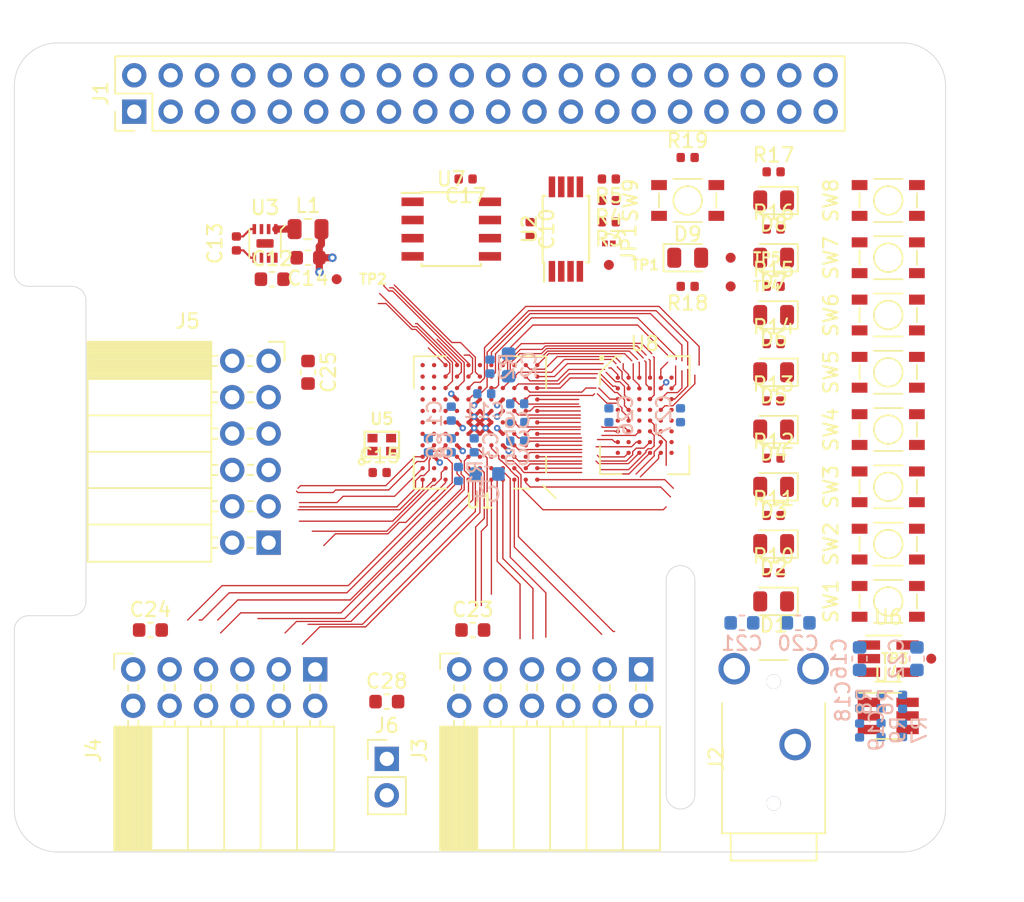
<source format=kicad_pcb>
(kicad_pcb (version 20171130) (host pcbnew 5.1.2+dfsg1-1)
  (layers (0 F.Cu signal) (1 In1.Cu power hide) (2 In2.Cu power) (31 B.Cu signal) (34 B.Paste user) (35 F.Paste user) (36 B.SilkS user hide) (37 F.SilkS user hide) (38 B.Mask user) (39 F.Mask user) (44 Edge.Cuts user))
  (net 0 "")
  (net 1 GND)
  (net 2 +1V2)
  (net 3 "Net-(C2-Pad2)")
  (net 4 "Net-(C2-Pad1)")
  (net 5 "Net-(C4-Pad2)")
  (net 6 "Net-(C4-Pad1)")
  (net 7 +3V3)
  (net 8 +5V)
  (net 9 "Net-(C13-Pad2)")
  (net 10 "Net-(C18-Pad1)")
  (net 11 "Net-(C19-Pad1)")
  (net 12 "Net-(C20-Pad1)")
  (net 13 "Net-(C21-Pad1)")
  (net 14 +3.3VDAC)
  (net 15 "Net-(D1-Pad1)")
  (net 16 /LED0)
  (net 17 /LED1)
  (net 18 "Net-(D2-Pad1)")
  (net 19 "Net-(D3-Pad1)")
  (net 20 /LED2)
  (net 21 /LED3)
  (net 22 "Net-(D4-Pad1)")
  (net 23 /LED4)
  (net 24 "Net-(D5-Pad1)")
  (net 25 "Net-(D6-Pad1)")
  (net 26 /LED5)
  (net 27 /LED6)
  (net 28 "Net-(D7-Pad1)")
  (net 29 "Net-(D8-Pad1)")
  (net 30 /LED7)
  (net 31 /GP13_FPGA_CDONE)
  (net 32 "Net-(J1-Pad3)")
  (net 33 "Net-(J1-Pad5)")
  (net 34 "Net-(J1-Pad7)")
  (net 35 /GP14_UART_TXD)
  (net 36 /GP15_UART_RXD)
  (net 37 "Net-(J1-Pad11)")
  (net 38 "Net-(J1-Pad12)")
  (net 39 /GP27_SDIO_DAT3)
  (net 40 /GP22_SDIO_CLK)
  (net 41 /GP23_SDIO_CMD)
  (net 42 /GP24_SDIO_DAT0)
  (net 43 /GP10_SPI_MOSI)
  (net 44 /GP9_SPI_MISO)
  (net 45 /GP25_SDIO_DAT1)
  (net 46 /GP11_SPI_SCK)
  (net 47 /GP8_SPI_~CS)
  (net 48 "Net-(J1-Pad26)")
  (net 49 /ID_SD)
  (net 50 /ID_SC)
  (net 51 "Net-(J1-Pad29)")
  (net 52 "Net-(J1-Pad31)")
  (net 53 /GP12_FPGA_~RST)
  (net 54 "Net-(J1-Pad35)")
  (net 55 "Net-(J1-Pad36)")
  (net 56 /GP26_SDIO_DAT2)
  (net 57 "Net-(J1-Pad38)")
  (net 58 "Net-(J1-Pad40)")
  (net 59 /IO0_0)
  (net 60 /IO0_1)
  (net 61 /IO0_2)
  (net 62 /IO0_3)
  (net 63 /IO0_4)
  (net 64 /IO0_5)
  (net 65 /IO0_6)
  (net 66 /IO0_7)
  (net 67 /IO1_7)
  (net 68 /IO1_6)
  (net 69 /IO1_5)
  (net 70 /IO1_4)
  (net 71 /IO1_3)
  (net 72 /IO1_2)
  (net 73 /IO1_1)
  (net 74 /IO1_0)
  (net 75 /IO2_0)
  (net 76 /IO2_1)
  (net 77 /IO2_2)
  (net 78 /IO2_3)
  (net 79 /IO2_4)
  (net 80 /IO2_5)
  (net 81 /IO2_6)
  (net 82 /IO2_7)
  (net 83 "Net-(JP1-Pad1)")
  (net 84 "Net-(L1-Pad1)")
  (net 85 "Net-(R6-Pad2)")
  (net 86 "Net-(R7-Pad2)")
  (net 87 /SW0)
  (net 88 /SW1)
  (net 89 /SW2)
  (net 90 /SW3)
  (net 91 /SW4)
  (net 92 /SW5)
  (net 93 /SW6)
  (net 94 /SW7)
  (net 95 /SRAM_DQ0)
  (net 96 /SRAM_DQ5)
  (net 97 /SRAM_DQ7)
  (net 98 /SRAM_DQ6)
  (net 99 /SRAM_DQ12)
  (net 100 /SRAM_A9)
  (net 101 /SRAM_A2)
  (net 102 /SRAM_A4)
  (net 103 /SRAM_A5)
  (net 104 /SRAM_A10)
  (net 105 /SRAM_DQ1)
  (net 106 /SRAM_DQ4)
  (net 107 /SRAM_DQ8)
  (net 108 /SRAM_DQ10)
  (net 109 /SRAM_DQ13)
  (net 110 /SRAM_DQ15)
  (net 111 /SRAM_A3)
  (net 112 /SRAM_A7)
  (net 113 /SRAM_A6)
  (net 114 /SRAM_A12)
  (net 115 /SRAM_DQ3)
  (net 116 /SRAM_DQ9)
  (net 117 /SRAM_DQ11)
  (net 118 /SRAM_A8)
  (net 119 /SRAM_A0)
  (net 120 /SRAM_A1)
  (net 121 /SRAM_A11)
  (net 122 /SRAM_A13)
  (net 123 /SRAM_A15)
  (net 124 /SRAM_DQ2)
  (net 125 /SRAM_DQ14)
  (net 126 /SRAM_A14)
  (net 127 /SRAM_A17)
  (net 128 /SRAM_A16)
  (net 129 /SRAM_~WE)
  (net 130 /SRAM_~OE)
  (net 131 /SRAM_~LB)
  (net 132 /SRAM_~UB)
  (net 133 /AUDIO_R_PWM)
  (net 134 "Net-(U1-PadB10)")
  (net 135 /CLK_OSC)
  (net 136 /AUDIO_L_PWM)
  (module Capacitor_SMD:C_0402_1005Metric (layer B.Cu) (at 128.9 108.1 90)
    (fp_text reference C8 (at 0 1.17 90) (layer B.SilkS) (effects (justify mirror)))
    (fp_text value 100n)
    (pad 2 smd roundrect (at 0.485 0 90) (size 0.59 0.64) (layers B.Cu B.Paste B.Mask) (net 1 GND))
    (pad 1 smd roundrect (at -0.485 0 90) (size 0.59 0.64) (layers B.Cu B.Paste B.Mask) (net 7 +3V3))
  )
  (module fpga_hat:BGA-121_11x11_9.0x9.0mm (layer F.Cu) (at 132.5 106.5 180)
    (fp_text reference U1 (at 0 -5.5) (layer F.SilkS))
    (fp_text value iCE40-HX8k-BG121)
    (pad A1 smd circle (at -4 -4 180) (size 0.3 0.3) (layers F.Cu F.Paste F.Mask) (net 79 /IO2_4))
    (pad B1 smd circle (at -4 -3.2 180) (size 0.3 0.3) (layers F.Cu F.Paste F.Mask) (net 95 /SRAM_DQ0))
    (pad C1 smd circle (at -4 -2.4 180) (size 0.3 0.3) (layers F.Cu F.Paste F.Mask) (net 96 /SRAM_DQ5))
    (pad D1 smd circle (at -4 -1.6 180) (size 0.3 0.3) (layers F.Cu F.Paste F.Mask) (net 97 /SRAM_DQ7))
    (pad E1 smd circle (at -4 -0.8 180) (size 0.3 0.3) (layers F.Cu F.Paste F.Mask) (net 98 /SRAM_DQ6))
    (pad F1 smd circle (at -4 0 180) (size 0.3 0.3) (layers F.Cu F.Paste F.Mask) (net 119 /SRAM_A0))
    (pad G1 smd circle (at -4 0.8 180) (size 0.3 0.3) (layers F.Cu F.Paste F.Mask) (net 117 /SRAM_DQ11))
    (pad H1 smd circle (at -4 1.6 180) (size 0.3 0.3) (layers F.Cu F.Paste F.Mask) (net 101 /SRAM_A2))
    (pad J1 smd circle (at -4 2.4 180) (size 0.3 0.3) (layers F.Cu F.Paste F.Mask) (net 102 /SRAM_A4))
    (pad K1 smd circle (at -4 3.2 180) (size 0.3 0.3) (layers F.Cu F.Paste F.Mask) (net 103 /SRAM_A5))
    (pad L1 smd circle (at -4 4 180) (size 0.3 0.3) (layers F.Cu F.Paste F.Mask) (net 104 /SRAM_A10))
    (pad A2 smd circle (at -3.2 -4 180) (size 0.3 0.3) (layers F.Cu F.Paste F.Mask) (net 77 /IO2_2))
    (pad B2 smd circle (at -3.2 -3.2 180) (size 0.3 0.3) (layers F.Cu F.Paste F.Mask) (net 105 /SRAM_DQ1))
    (pad C2 smd circle (at -3.2 -2.4 180) (size 0.3 0.3) (layers F.Cu F.Paste F.Mask) (net 106 /SRAM_DQ4))
    (pad D2 smd circle (at -3.2 -1.6 180) (size 0.3 0.3) (layers F.Cu F.Paste F.Mask) (net 107 /SRAM_DQ8))
    (pad E2 smd circle (at -3.2 -0.8 180) (size 0.3 0.3) (layers F.Cu F.Paste F.Mask) (net 108 /SRAM_DQ10))
    (pad F2 smd circle (at -3.2 0 180) (size 0.3 0.3) (layers F.Cu F.Paste F.Mask) (net 109 /SRAM_DQ13))
    (pad G2 smd circle (at -3.2 0.8 180) (size 0.3 0.3) (layers F.Cu F.Paste F.Mask) (net 110 /SRAM_DQ15))
    (pad H2 smd circle (at -3.2 1.6 180) (size 0.3 0.3) (layers F.Cu F.Paste F.Mask) (net 111 /SRAM_A3))
    (pad J2 smd circle (at -3.2 2.4 180) (size 0.3 0.3) (layers F.Cu F.Paste F.Mask) (net 112 /SRAM_A7))
    (pad K2 smd circle (at -3.2 3.2 180) (size 0.3 0.3) (layers F.Cu F.Paste F.Mask) (net 113 /SRAM_A6))
    (pad L2 smd circle (at -3.2 4 180) (size 0.3 0.3) (layers F.Cu F.Paste F.Mask) (net 114 /SRAM_A12))
    (pad A3 smd circle (at -2.4 -4 180) (size 0.3 0.3) (layers F.Cu F.Paste F.Mask) (net 78 /IO2_3))
    (pad B3 smd circle (at -2.4 -3.2 180) (size 0.3 0.3) (layers F.Cu F.Paste F.Mask) (net 76 /IO2_1))
    (pad C3 smd circle (at -2.4 -2.4 180) (size 0.3 0.3) (layers F.Cu F.Paste F.Mask) (net 115 /SRAM_DQ3))
    (pad D3 smd circle (at -2.4 -1.6 180) (size 0.3 0.3) (layers F.Cu F.Paste F.Mask) (net 116 /SRAM_DQ9))
    (pad E3 smd circle (at -2.4 -0.8 180) (size 0.3 0.3) (layers F.Cu F.Paste F.Mask) (net 100 /SRAM_A9))
    (pad F3 smd circle (at -2.4 0 180) (size 0.3 0.3) (layers F.Cu F.Paste F.Mask) (net 118 /SRAM_A8))
    (pad G3 smd circle (at -2.4 0.8 180) (size 0.3 0.3) (layers F.Cu F.Paste F.Mask) (net 99 /SRAM_DQ12))
    (pad H3 smd circle (at -2.4 1.6 180) (size 0.3 0.3) (layers F.Cu F.Paste F.Mask) (net 120 /SRAM_A1))
    (pad J3 smd circle (at -2.4 2.4 180) (size 0.3 0.3) (layers F.Cu F.Paste F.Mask) (net 121 /SRAM_A11))
    (pad K3 smd circle (at -2.4 3.2 180) (size 0.3 0.3) (layers F.Cu F.Paste F.Mask) (net 122 /SRAM_A13))
    (pad L3 smd circle (at -2.4 4 180) (size 0.3 0.3) (layers F.Cu F.Paste F.Mask) (net 123 /SRAM_A15))
    (pad A4 smd circle (at -1.6 -4 180) (size 0.3 0.3) (layers F.Cu F.Paste F.Mask) (net 68 /IO1_6))
    (pad B4 smd circle (at -1.6 -3.2 180) (size 0.3 0.3) (layers F.Cu F.Paste F.Mask) (net 75 /IO2_0))
    (pad C4 smd circle (at -1.6 -2.4 180) (size 0.3 0.3) (layers F.Cu F.Paste F.Mask) (net 124 /SRAM_DQ2))
    (pad D4 smd circle (at -1.6 -1.6 180) (size 0.3 0.3) (layers F.Cu F.Paste F.Mask) (net 2 +1V2))
    (pad E4 smd circle (at -1.6 -0.8 180) (size 0.3 0.3) (layers F.Cu F.Paste F.Mask) (net 7 +3V3))
    (pad F4 smd circle (at -1.6 0 180) (size 0.3 0.3) (layers F.Cu F.Paste F.Mask) (net 125 /SRAM_DQ14))
    (pad G4 smd circle (at -1.6 0.8 180) (size 0.3 0.3) (layers F.Cu F.Paste F.Mask) (net 7 +3V3))
    (pad H4 smd circle (at -1.6 1.6 180) (size 0.3 0.3) (layers F.Cu F.Paste F.Mask) (net 2 +1V2))
    (pad J4 smd circle (at -1.6 2.4 180) (size 0.3 0.3) (layers F.Cu F.Paste F.Mask) (net 126 /SRAM_A14))
    (pad K4 smd circle (at -1.6 3.2 180) (size 0.3 0.3) (layers F.Cu F.Paste F.Mask) (net 127 /SRAM_A17))
    (pad L4 smd circle (at -1.6 4 180) (size 0.3 0.3) (layers F.Cu F.Paste F.Mask) (net 128 /SRAM_A16))
    (pad A5 smd circle (at -0.8 -4 180) (size 0.3 0.3) (layers F.Cu F.Paste F.Mask) (net 70 /IO1_4))
    (pad B5 smd circle (at -0.8 -3.2 180) (size 0.3 0.3) (layers F.Cu F.Paste F.Mask) (net 69 /IO1_5))
    (pad C5 smd circle (at -0.8 -2.4 180) (size 0.3 0.3) (layers F.Cu F.Paste F.Mask) (net 5 "Net-(C4-Pad2)"))
    (pad D5 smd circle (at -0.8 -1.6 180) (size 0.3 0.3) (layers F.Cu F.Paste F.Mask) (net 67 /IO1_7))
    (pad E5 smd circle (at -0.8 -0.8 180) (size 0.3 0.3) (layers F.Cu F.Paste F.Mask) (net 1 GND))
    (pad F5 smd circle (at -0.8 0 180) (size 0.3 0.3) (layers F.Cu F.Paste F.Mask) (net 1 GND))
    (pad G5 smd circle (at -0.8 0.8 180) (size 0.3 0.3) (layers F.Cu F.Paste F.Mask) (net 1 GND))
    (pad H5 smd circle (at -0.8 1.6 180) (size 0.3 0.3) (layers F.Cu F.Paste F.Mask) (net 1 GND))
    (pad J5 smd circle (at -0.8 2.4 180) (size 0.3 0.3) (layers F.Cu F.Paste F.Mask) (net 129 /SRAM_~WE))
    (pad K5 smd circle (at -0.8 3.2 180) (size 0.3 0.3) (layers F.Cu F.Paste F.Mask) (net 130 /SRAM_~OE))
    (pad L5 smd circle (at -0.8 4 180) (size 0.3 0.3) (layers F.Cu F.Paste F.Mask) (net 56 /GP26_SDIO_DAT2))
    (pad A6 smd circle (at 0 -4 180) (size 0.3 0.3) (layers F.Cu F.Paste F.Mask) (net 71 /IO1_3))
    (pad B6 smd circle (at 0 -3.2 180) (size 0.3 0.3) (layers F.Cu F.Paste F.Mask) (net 81 /IO2_6))
    (pad C6 smd circle (at 0 -2.4 180) (size 0.3 0.3) (layers F.Cu F.Paste F.Mask) (net 6 "Net-(C4-Pad1)"))
    (pad D6 smd circle (at 0 -1.6 180) (size 0.3 0.3) (layers F.Cu F.Paste F.Mask) (net 7 +3V3))
    (pad E6 smd circle (at 0 -0.8 180) (size 0.3 0.3) (layers F.Cu F.Paste F.Mask) (net 1 GND))
    (pad F6 smd circle (at 0 0 180) (size 0.3 0.3) (layers F.Cu F.Paste F.Mask) (net 1 GND))
    (pad G6 smd circle (at 0 0.8 180) (size 0.3 0.3) (layers F.Cu F.Paste F.Mask) (net 1 GND))
    (pad H6 smd circle (at 0 1.6 180) (size 0.3 0.3) (layers F.Cu F.Paste F.Mask) (net 7 +3V3))
    (pad J6 smd circle (at 0 2.4 180) (size 0.3 0.3) (layers F.Cu F.Paste F.Mask) (net 4 "Net-(C2-Pad1)"))
    (pad K6 smd circle (at 0 3.2 180) (size 0.3 0.3) (layers F.Cu F.Paste F.Mask) (net 39 /GP27_SDIO_DAT3))
    (pad L6 smd circle (at 0 4 180) (size 0.3 0.3) (layers F.Cu F.Paste F.Mask) (net 3 "Net-(C2-Pad2)"))
    (pad A7 smd circle (at 0.8 -4 180) (size 0.3 0.3) (layers F.Cu F.Paste F.Mask) (net 72 /IO1_2))
    (pad B7 smd circle (at 0.8 -3.2 180) (size 0.3 0.3) (layers F.Cu F.Paste F.Mask) (net 80 /IO2_5))
    (pad C7 smd circle (at 0.8 -2.4 180) (size 0.3 0.3) (layers F.Cu F.Paste F.Mask) (net 73 /IO1_1))
    (pad D7 smd circle (at 0.8 -1.6 180) (size 0.3 0.3) (layers F.Cu F.Paste F.Mask) (net 66 /IO0_7))
    (pad E7 smd circle (at 0.8 -0.8 180) (size 0.3 0.3) (layers F.Cu F.Paste F.Mask) (net 1 GND))
    (pad F7 smd circle (at 0.8 0 180) (size 0.3 0.3) (layers F.Cu F.Paste F.Mask) (net 1 GND))
    (pad G7 smd circle (at 0.8 0.8 180) (size 0.3 0.3) (layers F.Cu F.Paste F.Mask) (net 1 GND))
    (pad H7 smd circle (at 0.8 1.6 180) (size 0.3 0.3) (layers F.Cu F.Paste F.Mask) (net 131 /SRAM_~LB))
    (pad J7 smd circle (at 0.8 2.4 180) (size 0.3 0.3) (layers F.Cu F.Paste F.Mask) (net 132 /SRAM_~UB))
    (pad K7 smd circle (at 0.8 3.2 180) (size 0.3 0.3) (layers F.Cu F.Paste F.Mask) (net 133 /AUDIO_R_PWM))
    (pad L7 smd circle (at 0.8 4 180) (size 0.3 0.3) (layers F.Cu F.Paste F.Mask) (net 41 /GP23_SDIO_CMD))
    (pad A8 smd circle (at 1.6 -4 180) (size 0.3 0.3) (layers F.Cu F.Paste F.Mask) (net 74 /IO1_0))
    (pad B8 smd circle (at 1.6 -3.2 180) (size 0.3 0.3) (layers F.Cu F.Paste F.Mask) (net 63 /IO0_4))
    (pad C8 smd circle (at 1.6 -2.4 180) (size 0.3 0.3) (layers F.Cu F.Paste F.Mask) (net 65 /IO0_6))
    (pad D8 smd circle (at 1.6 -1.6 180) (size 0.3 0.3) (layers F.Cu F.Paste F.Mask) (net 2 +1V2))
    (pad E8 smd circle (at 1.6 -0.8 180) (size 0.3 0.3) (layers F.Cu F.Paste F.Mask) (net 90 /SW3))
    (pad F8 smd circle (at 1.6 0 180) (size 0.3 0.3) (layers F.Cu F.Paste F.Mask) (net 7 +3V3))
    (pad G8 smd circle (at 1.6 0.8 180) (size 0.3 0.3) (layers F.Cu F.Paste F.Mask) (net 21 /LED3))
    (pad H8 smd circle (at 1.6 1.6 180) (size 0.3 0.3) (layers F.Cu F.Paste F.Mask) (net 2 +1V2))
    (pad J8 smd circle (at 1.6 2.4 180) (size 0.3 0.3) (layers F.Cu F.Paste F.Mask) (net 40 /GP22_SDIO_CLK))
    (pad K8 smd circle (at 1.6 3.2 180) (size 0.3 0.3) (layers F.Cu F.Paste F.Mask) (net 31 /GP13_FPGA_CDONE))
    (pad L8 smd circle (at 1.6 4 180) (size 0.3 0.3) (layers F.Cu F.Paste F.Mask) (net 42 /GP24_SDIO_DAT0))
    (pad A9 smd circle (at 2.4 -4 180) (size 0.3 0.3) (layers F.Cu F.Paste F.Mask) (net 64 /IO0_5))
    (pad B9 smd circle (at 2.4 -3.2 180) (size 0.3 0.3) (layers F.Cu F.Paste F.Mask) (net 62 /IO0_3))
    (pad C9 smd circle (at 2.4 -2.4 180) (size 0.3 0.3) (layers F.Cu F.Paste F.Mask) (net 61 /IO0_2))
    (pad D9 smd circle (at 2.4 -1.6 180) (size 0.3 0.3) (layers F.Cu F.Paste F.Mask) (net 91 /SW4))
    (pad E9 smd circle (at 2.4 -0.8 180) (size 0.3 0.3) (layers F.Cu F.Paste F.Mask) (net 89 /SW2))
    (pad F9 smd circle (at 2.4 0 180) (size 0.3 0.3) (layers F.Cu F.Paste F.Mask) (net 88 /SW1))
    (pad G9 smd circle (at 2.4 0.8 180) (size 0.3 0.3) (layers F.Cu F.Paste F.Mask) (net 27 /LED6))
    (pad H9 smd circle (at 2.4 1.6 180) (size 0.3 0.3) (layers F.Cu F.Paste F.Mask) (net 45 /GP25_SDIO_DAT1))
    (pad J9 smd circle (at 2.4 2.4 180) (size 0.3 0.3) (layers F.Cu F.Paste F.Mask) (net 44 /GP9_SPI_MISO))
    (pad K9 smd circle (at 2.4 3.2 180) (size 0.3 0.3) (layers F.Cu F.Paste F.Mask) (net 43 /GP10_SPI_MOSI))
    (pad L9 smd circle (at 2.4 4 180) (size 0.3 0.3) (layers F.Cu F.Paste F.Mask) (net 53 /GP12_FPGA_~RST))
    (pad A10 smd circle (at 3.2 -4 180) (size 0.3 0.3) (layers F.Cu F.Paste F.Mask) (net 60 /IO0_1))
    (pad B10 smd circle (at 3.2 -3.2 180) (size 0.3 0.3) (layers F.Cu F.Paste F.Mask) (net 134 "Net-(U1-PadB10)"))
    (pad C10 smd circle (at 3.2 -2.4 180) (size 0.3 0.3) (layers F.Cu F.Paste F.Mask) (net 7 +3V3))
    (pad D10 smd circle (at 3.2 -1.6 180) (size 0.3 0.3) (layers F.Cu F.Paste F.Mask) (net 94 /SW7))
    (pad E10 smd circle (at 3.2 -0.8 180) (size 0.3 0.3) (layers F.Cu F.Paste F.Mask) (net 135 /CLK_OSC))
    (pad F10 smd circle (at 3.2 0 180) (size 0.3 0.3) (layers F.Cu F.Paste F.Mask) (net 87 /SW0))
    (pad G10 smd circle (at 3.2 0.8 180) (size 0.3 0.3) (layers F.Cu F.Paste F.Mask) (net 26 /LED5))
    (pad H10 smd circle (at 3.2 1.6 180) (size 0.3 0.3) (layers F.Cu F.Paste F.Mask) (net 17 /LED1))
    (pad J10 smd circle (at 3.2 2.4 180) (size 0.3 0.3) (layers F.Cu F.Paste F.Mask) (net 20 /LED2))
    (pad K10 smd circle (at 3.2 3.2 180) (size 0.3 0.3) (layers F.Cu F.Paste F.Mask) (net 47 /GP8_SPI_~CS))
    (pad L10 smd circle (at 3.2 4 180) (size 0.3 0.3) (layers F.Cu F.Paste F.Mask) (net 46 /GP11_SPI_SCK))
    (pad A11 smd circle (at 4 -4 180) (size 0.3 0.3) (layers F.Cu F.Paste F.Mask) (net 59 /IO0_0))
    (pad B11 smd circle (at 4 -3.2 180) (size 0.3 0.3) (layers F.Cu F.Paste F.Mask) (net 36 /GP15_UART_RXD))
    (pad C11 smd circle (at 4 -2.4 180) (size 0.3 0.3) (layers F.Cu F.Paste F.Mask) (net 35 /GP14_UART_TXD))
    (pad D11 smd circle (at 4 -1.6 180) (size 0.3 0.3) (layers F.Cu F.Paste F.Mask) (net 93 /SW6))
    (pad E11 smd circle (at 4 -0.8 180) (size 0.3 0.3) (layers F.Cu F.Paste F.Mask) (net 92 /SW5))
    (pad F11 smd circle (at 4 0 180) (size 0.3 0.3) (layers F.Cu F.Paste F.Mask) (net 136 /AUDIO_L_PWM))
    (pad G11 smd circle (at 4 0.8 180) (size 0.3 0.3) (layers F.Cu F.Paste F.Mask) (net 30 /LED7))
    (pad H11 smd circle (at 4 1.6 180) (size 0.3 0.3) (layers F.Cu F.Paste F.Mask) (net 23 /LED4))
    (pad J11 smd circle (at 4 2.4 180) (size 0.3 0.3) (layers F.Cu F.Paste F.Mask) (net 82 /IO2_7))
    (pad K11 smd circle (at 4 3.2 180) (size 0.3 0.3) (layers F.Cu F.Paste F.Mask) (net 16 /LED0))
    (pad L11 smd circle (at 4 4 180) (size 0.3 0.3) (layers F.Cu F.Paste F.Mask) (net 7 +3V3))
  )
  (module fpga_hat:MOUNTHOLE_M2.5 (layer F.Cu) (at 161.5 83.5)
    (fp_text reference REF** hide)
    (fp_text value MOUNTHOLE_M2.5 hide)
    (pad "" np_thru_hole circle (at 0 0) (size 2.75 2.75) (drill 2.75) (layers *.Cu *.Mask) (thermal_gap 1.9))
  )
  (module fpga_hat:MOUNTHOLE_M2.5 (layer F.Cu) (at 161.5 133)
    (fp_text reference REF** hide)
    (fp_text value MOUNTHOLE_M2.5 hide)
    (pad "" np_thru_hole circle (at 0 0) (size 2.75 2.75) (drill 2.75) (layers *.Cu *.Mask) (thermal_gap 1.9))
  )
  (module fpga_hat:MOUNTHOLE_M2.5 (layer F.Cu) (at 103.5 133)
    (fp_text reference REF** hide)
    (fp_text value MOUNTHOLE_M2.5 hide)
    (pad "" np_thru_hole circle (at 0 0) (size 2.75 2.75) (drill 2.75) (layers *.Cu *.Mask) (thermal_gap 1.9))
  )
  (module fpga_hat:MOUNTHOLE_M2.5 (layer F.Cu) (at 103.5 83.5)
    (fp_text reference REF** hide)
    (fp_text value MOUNTHOLE_M2.5 hide)
    (pad "" np_thru_hole circle (at 0 0) (size 2.75 2.75) (drill 2.75) (layers *.Cu *.Mask) (thermal_gap 1.9))
  )
  (module Capacitor_SMD:C_0402_1005Metric (layer B.Cu) (at 130.5 105.885 270)
    (fp_text reference C1 (at 0 1.17 90) (layer B.SilkS) (effects (justify mirror)))
    (fp_text value 100n)
    (pad 2 smd roundrect (at 0.485 0 270) (size 0.59 0.64) (layers B.Cu B.Paste B.Mask) (net 1 GND))
    (pad 1 smd roundrect (at -0.485 0 270) (size 0.59 0.64) (layers B.Cu B.Paste B.Mask) (net 2 +1V2))
  )
  (module Capacitor_SMD:C_0603_1608Metric (layer B.Cu) (at 134.5 102.4875 90)
    (fp_text reference C2 (at 0 1.43 90) (layer B.SilkS) (effects (justify mirror)))
    (fp_text value 4u7)
    (pad 2 smd roundrect (at 0.7875 0 90) (size 0.875 0.95) (layers B.Cu B.Paste B.Mask) (net 3 "Net-(C2-Pad2)"))
    (pad 1 smd roundrect (at -0.7875 0 90) (size 0.875 0.95) (layers B.Cu B.Paste B.Mask) (net 4 "Net-(C2-Pad1)"))
  )
  (module Capacitor_SMD:C_0402_1005Metric (layer B.Cu) (at 132.1 108.1 90)
    (fp_text reference C3 (at 0 1.17 90) (layer B.SilkS) (effects (justify mirror)))
    (fp_text value 100n)
    (pad 1 smd roundrect (at -0.485 0 90) (size 0.59 0.64) (layers B.Cu B.Paste B.Mask) (net 2 +1V2))
    (pad 2 smd roundrect (at 0.485 0 90) (size 0.59 0.64) (layers B.Cu B.Paste B.Mask) (net 1 GND))
  )
  (module Capacitor_SMD:C_0603_1608Metric (layer B.Cu) (at 133 110.1)
    (fp_text reference C4 (at 0 1.43) (layer B.SilkS) (effects (justify mirror)))
    (fp_text value 4u7)
    (pad 1 smd roundrect (at -0.7875 0) (size 0.875 0.95) (layers B.Cu B.Paste B.Mask) (net 6 "Net-(C4-Pad1)"))
    (pad 2 smd roundrect (at 0.7875 0) (size 0.875 0.95) (layers B.Cu B.Paste B.Mask) (net 5 "Net-(C4-Pad2)"))
  )
  (module Capacitor_SMD:C_0402_1005Metric (layer B.Cu) (at 135.1 107.8)
    (fp_text reference C5 (at 0 1.17 180) (layer B.SilkS) (effects (justify mirror)))
    (fp_text value 100n)
    (pad 1 smd roundrect (at -0.485 0) (size 0.59 0.64) (layers B.Cu B.Paste B.Mask) (net 2 +1V2))
    (pad 2 smd roundrect (at 0.485 0) (size 0.59 0.64) (layers B.Cu B.Paste B.Mask) (net 1 GND))
  )
  (module Capacitor_SMD:C_0402_1005Metric (layer B.Cu) (at 135.1 105.2)
    (fp_text reference C6 (at 0 1.17) (layer B.SilkS) (effects (justify mirror)))
    (fp_text value 100n)
    (pad 2 smd roundrect (at 0.485 0) (size 0.59 0.64) (layers B.Cu B.Paste B.Mask) (net 1 GND))
    (pad 1 smd roundrect (at -0.485 0) (size 0.59 0.64) (layers B.Cu B.Paste B.Mask) (net 2 +1V2))
  )
  (module Capacitor_SMD:C_0402_1005Metric (layer B.Cu) (at 135.115 106.5)
    (fp_text reference C7 (at 0 1.17 180) (layer B.SilkS) (effects (justify mirror)))
    (fp_text value 100n)
    (pad 2 smd roundrect (at 0.485 0) (size 0.59 0.64) (layers B.Cu B.Paste B.Mask) (net 1 GND))
    (pad 1 smd roundrect (at -0.485 0) (size 0.59 0.64) (layers B.Cu B.Paste B.Mask) (net 7 +3V3))
  )
  (module Capacitor_SMD:C_0402_1005Metric (layer B.Cu) (at 130.5 108.1 270)
    (fp_text reference C9 (at 0 1.17 90) (layer B.SilkS) (effects (justify mirror)))
    (fp_text value 100n)
    (pad 2 smd roundrect (at 0.485 0 270) (size 0.59 0.64) (layers B.Cu B.Paste B.Mask) (net 1 GND))
    (pad 1 smd roundrect (at -0.485 0 270) (size 0.59 0.64) (layers B.Cu B.Paste B.Mask) (net 7 +3V3))
  )
  (module Capacitor_SMD:C_0402_1005Metric (layer F.Cu) (at 136 93 270)
    (fp_text reference C10 (at 0 -1.17 90) (layer F.SilkS))
    (fp_text value 100n)
    (pad 2 smd roundrect (at 0.485 0 270) (size 0.59 0.64) (layers F.Cu F.Paste F.Mask) (net 1 GND))
    (pad 1 smd roundrect (at -0.485 0 270) (size 0.59 0.64) (layers F.Cu F.Paste F.Mask) (net 7 +3V3))
  )
  (module Capacitor_SMD:C_0402_1005Metric (layer B.Cu) (at 132.8 104.5)
    (fp_text reference C11 (at 0 1.17) (layer B.SilkS) (effects (justify mirror)))
    (fp_text value 100n)
    (pad 1 smd roundrect (at -0.485 0) (size 0.59 0.64) (layers B.Cu B.Paste B.Mask) (net 7 +3V3))
    (pad 2 smd roundrect (at 0.485 0) (size 0.59 0.64) (layers B.Cu B.Paste B.Mask) (net 1 GND))
  )
  (module Capacitor_SMD:C_0603_1608Metric (layer F.Cu) (at 118 96.5)
    (fp_text reference C12 (at 0 -1.43) (layer F.SilkS))
    (fp_text value 4u7)
    (pad 2 smd roundrect (at 0.7875 0) (size 0.875 0.95) (layers F.Cu F.Paste F.Mask) (net 1 GND))
    (pad 1 smd roundrect (at -0.7875 0) (size 0.875 0.95) (layers F.Cu F.Paste F.Mask) (net 8 +5V))
  )
  (module Capacitor_SMD:C_0402_1005Metric (layer F.Cu) (at 115.5 94 270)
    (fp_text reference C13 (at 0 1.5 90) (layer F.SilkS))
    (fp_text value 560p)
    (pad 1 smd roundrect (at -0.485 0 270) (size 0.59 0.64) (layers F.Cu F.Paste F.Mask) (net 2 +1V2))
    (pad 2 smd roundrect (at 0.485 0 270) (size 0.59 0.64) (layers F.Cu F.Paste F.Mask) (net 9 "Net-(C13-Pad2)"))
  )
  (module Capacitor_SMD:C_0603_1608Metric (layer F.Cu) (at 120.5 95 180)
    (fp_text reference C14 (at 0 -1.43) (layer F.SilkS))
    (fp_text value 4u7)
    (pad 2 smd roundrect (at 0.7875 0 180) (size 0.875 0.95) (layers F.Cu F.Paste F.Mask) (net 1 GND))
    (pad 1 smd roundrect (at -0.7875 0 180) (size 0.875 0.95) (layers F.Cu F.Paste F.Mask) (net 2 +1V2))
  )
  (module Capacitor_SMD:C_0402_1005Metric (layer F.Cu) (at 125.5 110)
    (fp_text reference C15 (at 0 -1.17) (layer F.SilkS))
    (fp_text value 100n)
    (pad 2 smd roundrect (at 0.485 0) (size 0.59 0.64) (layers F.Cu F.Paste F.Mask) (net 1 GND))
    (pad 1 smd roundrect (at -0.485 0) (size 0.59 0.64) (layers F.Cu F.Paste F.Mask) (net 7 +3V3))
  )
  (module Capacitor_SMD:C_0603_1608Metric (layer B.Cu) (at 159 123 270)
    (fp_text reference C16 (at 0 1.43 90) (layer B.SilkS) (effects (justify mirror)))
    (fp_text value 1u)
    (pad 1 smd roundrect (at -0.7875 0 270) (size 0.875 0.95) (layers B.Cu B.Paste B.Mask) (net 8 +5V))
    (pad 2 smd roundrect (at 0.7875 0 270) (size 0.875 0.95) (layers B.Cu B.Paste B.Mask) (net 1 GND))
  )
  (module Capacitor_SMD:C_0402_1005Metric (layer F.Cu) (at 131.5 89.5 180)
    (fp_text reference C17 (at 0 -1.17) (layer F.SilkS))
    (fp_text value 100n)
    (pad 1 smd roundrect (at -0.485 0 180) (size 0.59 0.64) (layers F.Cu F.Paste F.Mask) (net 7 +3V3))
    (pad 2 smd roundrect (at 0.485 0 180) (size 0.59 0.64) (layers F.Cu F.Paste F.Mask) (net 1 GND))
  )
  (module Capacitor_SMD:C_0402_1005Metric (layer B.Cu) (at 159 125.985 270)
    (fp_text reference C18 (at 0 1.17 90) (layer B.SilkS) (effects (justify mirror)))
    (fp_text value 100n)
    (pad 1 smd roundrect (at -0.485 0 270) (size 0.59 0.64) (layers B.Cu B.Paste B.Mask) (net 10 "Net-(C18-Pad1)"))
    (pad 2 smd roundrect (at 0.485 0 270) (size 0.59 0.64) (layers B.Cu B.Paste B.Mask) (net 1 GND))
  )
  (module Capacitor_SMD:C_0402_1005Metric (layer B.Cu) (at 159 128.015 90)
    (fp_text reference C19 (at 0 1.17 90) (layer B.SilkS) (effects (justify mirror)))
    (fp_text value 100n)
    (pad 1 smd roundrect (at -0.485 0 90) (size 0.59 0.64) (layers B.Cu B.Paste B.Mask) (net 11 "Net-(C19-Pad1)"))
    (pad 2 smd roundrect (at 0.485 0 90) (size 0.59 0.64) (layers B.Cu B.Paste B.Mask) (net 1 GND))
  )
  (module Capacitor_SMD:C_0603_1608Metric (layer B.Cu) (at 154.7125 120.5)
    (fp_text reference C20 (at 0 1.43) (layer B.SilkS) (effects (justify mirror)))
    (fp_text value 4u7)
    (pad 1 smd roundrect (at -0.7875 0) (size 0.875 0.95) (layers B.Cu B.Paste B.Mask) (net 12 "Net-(C20-Pad1)"))
    (pad 2 smd roundrect (at 0.7875 0) (size 0.875 0.95) (layers B.Cu B.Paste B.Mask) (net 10 "Net-(C18-Pad1)"))
  )
  (module Capacitor_SMD:C_0603_1608Metric (layer B.Cu) (at 150.7875 120.5)
    (fp_text reference C21 (at 0 1.43) (layer B.SilkS) (effects (justify mirror)))
    (fp_text value 4u7)
    (pad 1 smd roundrect (at -0.7875 0) (size 0.875 0.95) (layers B.Cu B.Paste B.Mask) (net 13 "Net-(C21-Pad1)"))
    (pad 2 smd roundrect (at 0.7875 0) (size 0.875 0.95) (layers B.Cu B.Paste B.Mask) (net 11 "Net-(C19-Pad1)"))
  )
  (module Capacitor_SMD:C_0603_1608Metric (layer B.Cu) (at 163 123 270)
    (fp_text reference C22 (at 0 1.43 90) (layer B.SilkS) (effects (justify mirror)))
    (fp_text value 1u)
    (pad 2 smd roundrect (at 0.7875 0 270) (size 0.875 0.95) (layers B.Cu B.Paste B.Mask) (net 1 GND))
    (pad 1 smd roundrect (at -0.7875 0 270) (size 0.875 0.95) (layers B.Cu B.Paste B.Mask) (net 14 +3.3VDAC))
  )
  (module Capacitor_SMD:C_0603_1608Metric (layer F.Cu) (at 132 121)
    (fp_text reference C23 (at 0 -1.43) (layer F.SilkS))
    (fp_text value 1u)
    (pad 2 smd roundrect (at 0.7875 0) (size 0.875 0.95) (layers F.Cu F.Paste F.Mask) (net 1 GND))
    (pad 1 smd roundrect (at -0.7875 0) (size 0.875 0.95) (layers F.Cu F.Paste F.Mask) (net 7 +3V3))
  )
  (module Capacitor_SMD:C_0603_1608Metric (layer F.Cu) (at 109.5 121)
    (fp_text reference C24 (at 0 -1.43) (layer F.SilkS))
    (fp_text value 1u)
    (pad 1 smd roundrect (at -0.7875 0) (size 0.875 0.95) (layers F.Cu F.Paste F.Mask) (net 7 +3V3))
    (pad 2 smd roundrect (at 0.7875 0) (size 0.875 0.95) (layers F.Cu F.Paste F.Mask) (net 1 GND))
  )
  (module Capacitor_SMD:C_0603_1608Metric (layer F.Cu) (at 120.5 103 270)
    (fp_text reference C25 (at 0 -1.43 90) (layer F.SilkS))
    (fp_text value 1u)
    (pad 2 smd roundrect (at 0.7875 0 270) (size 0.875 0.95) (layers F.Cu F.Paste F.Mask) (net 1 GND))
    (pad 1 smd roundrect (at -0.7875 0 270) (size 0.875 0.95) (layers F.Cu F.Paste F.Mask) (net 7 +3V3))
  )
  (module Capacitor_SMD:C_0402_1005Metric (layer B.Cu) (at 141.5 106 90)
    (fp_text reference C26 (at 0 1.17 270) (layer B.SilkS) (effects (justify mirror)))
    (fp_text value 100n)
    (pad 1 smd roundrect (at -0.485 0 90) (size 0.59 0.64) (layers B.Cu B.Paste B.Mask) (net 7 +3V3))
    (pad 2 smd roundrect (at 0.485 0 90) (size 0.59 0.64) (layers B.Cu B.Paste B.Mask) (net 1 GND))
  )
  (module Capacitor_SMD:C_0402_1005Metric (layer B.Cu) (at 146.5 106 270)
    (fp_text reference C27 (at 0 1.17 270) (layer B.SilkS) (effects (justify mirror)))
    (fp_text value 100n)
    (pad 2 smd roundrect (at 0.485 0 270) (size 0.59 0.64) (layers B.Cu B.Paste B.Mask) (net 1 GND))
    (pad 1 smd roundrect (at -0.485 0 270) (size 0.59 0.64) (layers B.Cu B.Paste B.Mask) (net 7 +3V3))
  )
  (module Capacitor_SMD:C_0603_1608Metric (layer F.Cu) (at 126 126)
    (fp_text reference C28 (at 0 -1.43) (layer F.SilkS))
    (fp_text value 1u)
    (pad 1 smd roundrect (at -0.7875 0) (size 0.875 0.95) (layers F.Cu F.Paste F.Mask) (net 8 +5V))
    (pad 2 smd roundrect (at 0.7875 0) (size 0.875 0.95) (layers F.Cu F.Paste F.Mask) (net 1 GND))
  )
  (module LED_SMD:LED_0805_2012Metric (layer F.Cu) (at 153 119 180)
    (fp_text reference D1 (at 0 -1.65) (layer F.SilkS))
    (fp_text value LED)
    (pad 1 smd roundrect (at -0.9375 0 180) (size 0.975 1.4) (layers F.Cu F.Paste F.Mask) (net 15 "Net-(D1-Pad1)"))
    (pad 2 smd roundrect (at 0.9375 0 180) (size 0.975 1.4) (layers F.Cu F.Paste F.Mask) (net 16 /LED0))
  )
  (module LED_SMD:LED_0805_2012Metric (layer F.Cu) (at 153 115 180)
    (fp_text reference D2 (at 0 -1.65) (layer F.SilkS))
    (fp_text value LED)
    (pad 1 smd roundrect (at -0.9375 0 180) (size 0.975 1.4) (layers F.Cu F.Paste F.Mask) (net 18 "Net-(D2-Pad1)"))
    (pad 2 smd roundrect (at 0.9375 0 180) (size 0.975 1.4) (layers F.Cu F.Paste F.Mask) (net 17 /LED1))
  )
  (module LED_SMD:LED_0805_2012Metric (layer F.Cu) (at 153 111 180)
    (fp_text reference D3 (at 0 -1.65) (layer F.SilkS))
    (fp_text value LED)
    (pad 2 smd roundrect (at 0.9375 0 180) (size 0.975 1.4) (layers F.Cu F.Paste F.Mask) (net 20 /LED2))
    (pad 1 smd roundrect (at -0.9375 0 180) (size 0.975 1.4) (layers F.Cu F.Paste F.Mask) (net 19 "Net-(D3-Pad1)"))
  )
  (module LED_SMD:LED_0805_2012Metric (layer F.Cu) (at 153 107 180)
    (fp_text reference D4 (at 0 -1.65) (layer F.SilkS))
    (fp_text value LED)
    (pad 1 smd roundrect (at -0.9375 0 180) (size 0.975 1.4) (layers F.Cu F.Paste F.Mask) (net 22 "Net-(D4-Pad1)"))
    (pad 2 smd roundrect (at 0.9375 0 180) (size 0.975 1.4) (layers F.Cu F.Paste F.Mask) (net 21 /LED3))
  )
  (module LED_SMD:LED_0805_2012Metric (layer F.Cu) (at 153 103 180)
    (fp_text reference D5 (at 0 -1.65) (layer F.SilkS))
    (fp_text value LED)
    (pad 2 smd roundrect (at 0.9375 0 180) (size 0.975 1.4) (layers F.Cu F.Paste F.Mask) (net 23 /LED4))
    (pad 1 smd roundrect (at -0.9375 0 180) (size 0.975 1.4) (layers F.Cu F.Paste F.Mask) (net 24 "Net-(D5-Pad1)"))
  )
  (module LED_SMD:LED_0805_2012Metric (layer F.Cu) (at 153 99 180)
    (fp_text reference D6 (at 0 -1.65) (layer F.SilkS))
    (fp_text value LED)
    (pad 1 smd roundrect (at -0.9375 0 180) (size 0.975 1.4) (layers F.Cu F.Paste F.Mask) (net 25 "Net-(D6-Pad1)"))
    (pad 2 smd roundrect (at 0.9375 0 180) (size 0.975 1.4) (layers F.Cu F.Paste F.Mask) (net 26 /LED5))
  )
  (module LED_SMD:LED_0805_2012Metric (layer F.Cu) (at 153 95 180)
    (fp_text reference D7 (at 0 -1.65) (layer F.SilkS))
    (fp_text value LED)
    (pad 2 smd roundrect (at 0.9375 0 180) (size 0.975 1.4) (layers F.Cu F.Paste F.Mask) (net 27 /LED6))
    (pad 1 smd roundrect (at -0.9375 0 180) (size 0.975 1.4) (layers F.Cu F.Paste F.Mask) (net 28 "Net-(D7-Pad1)"))
  )
  (module LED_SMD:LED_0805_2012Metric (layer F.Cu) (at 153 91 180)
    (fp_text reference D8 (at 0 -1.65) (layer F.SilkS))
    (fp_text value LED)
    (pad 1 smd roundrect (at -0.9375 0 180) (size 0.975 1.4) (layers F.Cu F.Paste F.Mask) (net 29 "Net-(D8-Pad1)"))
    (pad 2 smd roundrect (at 0.9375 0 180) (size 0.975 1.4) (layers F.Cu F.Paste F.Mask) (net 30 /LED7))
  )
  (module LED_SMD:LED_0805_2012Metric (layer F.Cu) (at 147 95)
    (fp_text reference D9 (at 0 -1.65) (layer F.SilkS))
    (fp_text value LED)
    (pad 2 smd roundrect (at 0.9375 0) (size 0.975 1.4) (layers F.Cu F.Paste F.Mask) (net 31 /GP13_FPGA_CDONE))
    (pad 1 smd roundrect (at -0.9375 0) (size 0.975 1.4) (layers F.Cu F.Paste F.Mask) (net 1 GND))
  )
  (module Connector_PinHeader_2.54mm:PinHeader_2x20_P2.54mm_Vertical (layer F.Cu) (at 108.37 84.8 90)
    (fp_text reference J1 (at 1.27 -2.33 90) (layer F.SilkS))
    (fp_text value 2x20)
    (pad 1 thru_hole rect (at 0 0 90) (size 1.7 1.7) (drill 1) (layers *.Cu *.Mask) (net 7 +3V3))
    (pad 2 thru_hole oval (at 2.54 0 90) (size 1.7 1.7) (drill 1) (layers *.Cu *.Mask) (net 8 +5V))
    (pad 3 thru_hole oval (at 0 2.54 90) (size 1.7 1.7) (drill 1) (layers *.Cu *.Mask) (net 32 "Net-(J1-Pad3)"))
    (pad 4 thru_hole oval (at 2.54 2.54 90) (size 1.7 1.7) (drill 1) (layers *.Cu *.Mask) (net 8 +5V))
    (pad 5 thru_hole oval (at 0 5.08 90) (size 1.7 1.7) (drill 1) (layers *.Cu *.Mask) (net 33 "Net-(J1-Pad5)"))
    (pad 6 thru_hole oval (at 2.54 5.08 90) (size 1.7 1.7) (drill 1) (layers *.Cu *.Mask) (net 1 GND))
    (pad 7 thru_hole oval (at 0 7.62 90) (size 1.7 1.7) (drill 1) (layers *.Cu *.Mask) (net 34 "Net-(J1-Pad7)"))
    (pad 8 thru_hole oval (at 2.54 7.62 90) (size 1.7 1.7) (drill 1) (layers *.Cu *.Mask) (net 35 /GP14_UART_TXD))
    (pad 9 thru_hole oval (at 0 10.16 90) (size 1.7 1.7) (drill 1) (layers *.Cu *.Mask) (net 1 GND))
    (pad 10 thru_hole oval (at 2.54 10.16 90) (size 1.7 1.7) (drill 1) (layers *.Cu *.Mask) (net 36 /GP15_UART_RXD))
    (pad 11 thru_hole oval (at 0 12.7 90) (size 1.7 1.7) (drill 1) (layers *.Cu *.Mask) (net 37 "Net-(J1-Pad11)"))
    (pad 12 thru_hole oval (at 2.54 12.7 90) (size 1.7 1.7) (drill 1) (layers *.Cu *.Mask) (net 38 "Net-(J1-Pad12)"))
    (pad 13 thru_hole oval (at 0 15.24 90) (size 1.7 1.7) (drill 1) (layers *.Cu *.Mask) (net 39 /GP27_SDIO_DAT3))
    (pad 14 thru_hole oval (at 2.54 15.24 90) (size 1.7 1.7) (drill 1) (layers *.Cu *.Mask) (net 1 GND))
    (pad 15 thru_hole oval (at 0 17.78 90) (size 1.7 1.7) (drill 1) (layers *.Cu *.Mask) (net 40 /GP22_SDIO_CLK))
    (pad 16 thru_hole oval (at 2.54 17.78 90) (size 1.7 1.7) (drill 1) (layers *.Cu *.Mask) (net 41 /GP23_SDIO_CMD))
    (pad 17 thru_hole oval (at 0 20.32 90) (size 1.7 1.7) (drill 1) (layers *.Cu *.Mask) (net 7 +3V3))
    (pad 18 thru_hole oval (at 2.54 20.32 90) (size 1.7 1.7) (drill 1) (layers *.Cu *.Mask) (net 42 /GP24_SDIO_DAT0))
    (pad 19 thru_hole oval (at 0 22.86 90) (size 1.7 1.7) (drill 1) (layers *.Cu *.Mask) (net 43 /GP10_SPI_MOSI))
    (pad 20 thru_hole oval (at 2.54 22.86 90) (size 1.7 1.7) (drill 1) (layers *.Cu *.Mask) (net 1 GND))
    (pad 21 thru_hole oval (at 0 25.4 90) (size 1.7 1.7) (drill 1) (layers *.Cu *.Mask) (net 44 /GP9_SPI_MISO))
    (pad 22 thru_hole oval (at 2.54 25.4 90) (size 1.7 1.7) (drill 1) (layers *.Cu *.Mask) (net 45 /GP25_SDIO_DAT1))
    (pad 23 thru_hole oval (at 0 27.94 90) (size 1.7 1.7) (drill 1) (layers *.Cu *.Mask) (net 46 /GP11_SPI_SCK))
    (pad 24 thru_hole oval (at 2.54 27.94 90) (size 1.7 1.7) (drill 1) (layers *.Cu *.Mask) (net 47 /GP8_SPI_~CS))
    (pad 25 thru_hole oval (at 0 30.48 90) (size 1.7 1.7) (drill 1) (layers *.Cu *.Mask) (net 1 GND))
    (pad 26 thru_hole oval (at 2.54 30.48 90) (size 1.7 1.7) (drill 1) (layers *.Cu *.Mask) (net 48 "Net-(J1-Pad26)"))
    (pad 27 thru_hole oval (at 0 33.02 90) (size 1.7 1.7) (drill 1) (layers *.Cu *.Mask) (net 49 /ID_SD))
    (pad 28 thru_hole oval (at 2.54 33.02 90) (size 1.7 1.7) (drill 1) (layers *.Cu *.Mask) (net 50 /ID_SC))
    (pad 29 thru_hole oval (at 0 35.56 90) (size 1.7 1.7) (drill 1) (layers *.Cu *.Mask) (net 51 "Net-(J1-Pad29)"))
    (pad 30 thru_hole oval (at 2.54 35.56 90) (size 1.7 1.7) (drill 1) (layers *.Cu *.Mask) (net 1 GND))
    (pad 31 thru_hole oval (at 0 38.1 90) (size 1.7 1.7) (drill 1) (layers *.Cu *.Mask) (net 52 "Net-(J1-Pad31)"))
    (pad 32 thru_hole oval (at 2.54 38.1 90) (size 1.7 1.7) (drill 1) (layers *.Cu *.Mask) (net 53 /GP12_FPGA_~RST))
    (pad 33 thru_hole oval (at 0 40.64 90) (size 1.7 1.7) (drill 1) (layers *.Cu *.Mask) (net 31 /GP13_FPGA_CDONE))
    (pad 34 thru_hole oval (at 2.54 40.64 90) (size 1.7 1.7) (drill 1) (layers *.Cu *.Mask) (net 1 GND))
    (pad 35 thru_hole oval (at 0 43.18 90) (size 1.7 1.7) (drill 1) (layers *.Cu *.Mask) (net 54 "Net-(J1-Pad35)"))
    (pad 36 thru_hole oval (at 2.54 43.18 90) (size 1.7 1.7) (drill 1) (layers *.Cu *.Mask) (net 55 "Net-(J1-Pad36)"))
    (pad 37 thru_hole oval (at 0 45.72 90) (size 1.7 1.7) (drill 1) (layers *.Cu *.Mask) (net 56 /GP26_SDIO_DAT2))
    (pad 38 thru_hole oval (at 2.54 45.72 90) (size 1.7 1.7) (drill 1) (layers *.Cu *.Mask) (net 57 "Net-(J1-Pad38)"))
    (pad 39 thru_hole oval (at 0 48.26 90) (size 1.7 1.7) (drill 1) (layers *.Cu *.Mask) (net 1 GND))
    (pad 40 thru_hole oval (at 2.54 48.26 90) (size 1.7 1.7) (drill 1) (layers *.Cu *.Mask) (net 58 "Net-(J1-Pad40)"))
  )
  (module fpga_hat:STX-3000_TRS_3.5mm (layer F.Cu) (at 153 129 90)
    (fp_text reference J2 (at -1 -4 90) (layer F.SilkS))
    (fp_text value AudioJack3)
    (pad ~ thru_hole circle (at -4.1 0 90) (size 1 1) (drill 1) (layers *.Cu *.Mask))
    (pad ~ thru_hole circle (at 4.4 0 90) (size 1 1) (drill 1) (layers *.Cu *.Mask))
    (pad S thru_hole circle (at 0 1.5 90) (size 2.2 2.2) (drill 1.5) (layers *.Cu *.Mask) (net 1 GND))
    (pad R thru_hole circle (at 5.3 -2.75 90) (size 2.2 2.2) (drill 1.5) (layers *.Cu *.Mask) (net 13 "Net-(C21-Pad1)"))
    (pad T thru_hole circle (at 5.3 2.75 90) (size 2.2 2.2) (drill 1.5) (layers *.Cu *.Mask) (net 12 "Net-(C20-Pad1)"))
  )
  (module fpga_hat:PinSocket_2x06_P2.54mm_Horizontal (layer F.Cu) (at 143.75 123.75 90)
    (fp_text reference J3 (at -5.65 -15.47 90) (layer F.SilkS))
    (fp_text value Conn_02x06_Top_Bottom)
    (pad 6 thru_hole circle (at 0 -12.7 90) (size 1.7 1.7) (drill 1) (layers *.Cu *.Mask) (net 7 +3V3))
    (pad 12 thru_hole oval (at -2.54 -12.7 90) (size 1.7 1.7) (drill 1) (layers *.Cu *.Mask) (net 7 +3V3))
    (pad 5 thru_hole oval (at 0 -10.16 90) (size 1.7 1.7) (drill 1) (layers *.Cu *.Mask) (net 1 GND))
    (pad 11 thru_hole oval (at -2.54 -10.16 90) (size 1.7 1.7) (drill 1) (layers *.Cu *.Mask) (net 1 GND))
    (pad 4 thru_hole oval (at 0 -7.62 90) (size 1.7 1.7) (drill 1) (layers *.Cu *.Mask) (net 62 /IO0_3))
    (pad 10 thru_hole oval (at -2.54 -7.62 90) (size 1.7 1.7) (drill 1) (layers *.Cu *.Mask) (net 66 /IO0_7))
    (pad 3 thru_hole oval (at 0 -5.08 90) (size 1.7 1.7) (drill 1) (layers *.Cu *.Mask) (net 61 /IO0_2))
    (pad 9 thru_hole oval (at -2.54 -5.08 90) (size 1.7 1.7) (drill 1) (layers *.Cu *.Mask) (net 65 /IO0_6))
    (pad 2 thru_hole oval (at 0 -2.54 90) (size 1.7 1.7) (drill 1) (layers *.Cu *.Mask) (net 60 /IO0_1))
    (pad 8 thru_hole oval (at -2.54 -2.54 90) (size 1.7 1.7) (drill 1) (layers *.Cu *.Mask) (net 64 /IO0_5))
    (pad 1 thru_hole rect (at 0 0 90) (size 1.7 1.7) (drill 1) (layers *.Cu *.Mask) (net 59 /IO0_0))
    (pad 7 thru_hole oval (at -2.54 0 90) (size 1.7 1.7) (drill 1) (layers *.Cu *.Mask) (net 63 /IO0_4))
  )
  (module fpga_hat:PinSocket_2x06_P2.54mm_Horizontal (layer F.Cu) (at 121 123.75 90)
    (fp_text reference J4 (at -5.65 -15.47 90) (layer F.SilkS))
    (fp_text value Conn_02x06_Top_Bottom)
    (pad 7 thru_hole oval (at -2.54 0 90) (size 1.7 1.7) (drill 1) (layers *.Cu *.Mask) (net 70 /IO1_4))
    (pad 1 thru_hole rect (at 0 0 90) (size 1.7 1.7) (drill 1) (layers *.Cu *.Mask) (net 74 /IO1_0))
    (pad 8 thru_hole oval (at -2.54 -2.54 90) (size 1.7 1.7) (drill 1) (layers *.Cu *.Mask) (net 69 /IO1_5))
    (pad 2 thru_hole oval (at 0 -2.54 90) (size 1.7 1.7) (drill 1) (layers *.Cu *.Mask) (net 73 /IO1_1))
    (pad 9 thru_hole oval (at -2.54 -5.08 90) (size 1.7 1.7) (drill 1) (layers *.Cu *.Mask) (net 68 /IO1_6))
    (pad 3 thru_hole oval (at 0 -5.08 90) (size 1.7 1.7) (drill 1) (layers *.Cu *.Mask) (net 72 /IO1_2))
    (pad 10 thru_hole oval (at -2.54 -7.62 90) (size 1.7 1.7) (drill 1) (layers *.Cu *.Mask) (net 67 /IO1_7))
    (pad 4 thru_hole oval (at 0 -7.62 90) (size 1.7 1.7) (drill 1) (layers *.Cu *.Mask) (net 71 /IO1_3))
    (pad 11 thru_hole oval (at -2.54 -10.16 90) (size 1.7 1.7) (drill 1) (layers *.Cu *.Mask) (net 1 GND))
    (pad 5 thru_hole oval (at 0 -10.16 90) (size 1.7 1.7) (drill 1) (layers *.Cu *.Mask) (net 1 GND))
    (pad 12 thru_hole oval (at -2.54 -12.7 90) (size 1.7 1.7) (drill 1) (layers *.Cu *.Mask) (net 7 +3V3))
    (pad 6 thru_hole circle (at 0 -12.7 90) (size 1.7 1.7) (drill 1) (layers *.Cu *.Mask) (net 7 +3V3))
  )
  (module fpga_hat:PinSocket_2x06_P2.54mm_Horizontal (layer F.Cu) (at 117.75 114.9)
    (fp_text reference J5 (at -5.65 -15.47) (layer F.SilkS))
    (fp_text value Conn_02x06_Top_Bottom)
    (pad 6 thru_hole circle (at 0 -12.7) (size 1.7 1.7) (drill 1) (layers *.Cu *.Mask) (net 7 +3V3))
    (pad 12 thru_hole oval (at -2.54 -12.7) (size 1.7 1.7) (drill 1) (layers *.Cu *.Mask) (net 7 +3V3))
    (pad 5 thru_hole oval (at 0 -10.16) (size 1.7 1.7) (drill 1) (layers *.Cu *.Mask) (net 1 GND))
    (pad 11 thru_hole oval (at -2.54 -10.16) (size 1.7 1.7) (drill 1) (layers *.Cu *.Mask) (net 1 GND))
    (pad 4 thru_hole oval (at 0 -7.62) (size 1.7 1.7) (drill 1) (layers *.Cu *.Mask) (net 78 /IO2_3))
    (pad 10 thru_hole oval (at -2.54 -7.62) (size 1.7 1.7) (drill 1) (layers *.Cu *.Mask) (net 82 /IO2_7))
    (pad 3 thru_hole oval (at 0 -5.08) (size 1.7 1.7) (drill 1) (layers *.Cu *.Mask) (net 77 /IO2_2))
    (pad 9 thru_hole oval (at -2.54 -5.08) (size 1.7 1.7) (drill 1) (layers *.Cu *.Mask) (net 81 /IO2_6))
    (pad 2 thru_hole oval (at 0 -2.54) (size 1.7 1.7) (drill 1) (layers *.Cu *.Mask) (net 76 /IO2_1))
    (pad 8 thru_hole oval (at -2.54 -2.54) (size 1.7 1.7) (drill 1) (layers *.Cu *.Mask) (net 80 /IO2_5))
    (pad 1 thru_hole rect (at 0 0) (size 1.7 1.7) (drill 1) (layers *.Cu *.Mask) (net 75 /IO2_0))
    (pad 7 thru_hole oval (at -2.54 0) (size 1.7 1.7) (drill 1) (layers *.Cu *.Mask) (net 79 /IO2_4))
  )
  (module Connector_PinHeader_2.54mm:PinHeader_1x02_P2.54mm_Vertical (layer F.Cu) (at 126 130)
    (fp_text reference J6 (at 0 -2.33) (layer F.SilkS))
    (fp_text value Conn_01x02)
    (pad 1 thru_hole rect (at 0 0) (size 1.7 1.7) (drill 1) (layers *.Cu *.Mask) (net 8 +5V))
    (pad 2 thru_hole oval (at 0 2.54) (size 1.7 1.7) (drill 1) (layers *.Cu *.Mask) (net 1 GND))
  )
  (module fpga_hat:SOLDER_JUMP (layer F.Cu) (at 141.5 94 90)
    (fp_text reference JP1 (at 0 1.4 90) (layer F.SilkS))
    (fp_text value "Solder jumper")
    (pad 1 smd rect (at 0 -0.275 90) (size 0.4 0.4) (layers F.Cu F.Paste F.Mask) (net 83 "Net-(JP1-Pad1)"))
    (pad 2 smd rect (at 0 0.275 90) (size 0.4 0.4) (layers F.Cu F.Paste F.Mask) (net 1 GND))
  )
  (module Inductor_SMD:L_0805_2012Metric (layer F.Cu) (at 120.5 93)
    (fp_text reference L1 (at 0 -1.65) (layer F.SilkS))
    (fp_text value 1u)
    (pad 1 smd roundrect (at -0.9375 0) (size 0.975 1.4) (layers F.Cu F.Paste F.Mask) (net 84 "Net-(L1-Pad1)"))
    (pad 2 smd roundrect (at 0.9375 0) (size 0.975 1.4) (layers F.Cu F.Paste F.Mask) (net 2 +1V2))
  )
  (module Resistor_SMD:R_0402_1005Metric (layer B.Cu) (at 131 110.1 90)
    (fp_text reference R1 (at 0 1.17 90) (layer B.SilkS) (effects (justify mirror)))
    (fp_text value 100)
    (pad 1 smd roundrect (at -0.485 0 90) (size 0.59 0.64) (layers B.Cu B.Paste B.Mask) (net 6 "Net-(C4-Pad1)"))
    (pad 2 smd roundrect (at 0.485 0 90) (size 0.59 0.64) (layers B.Cu B.Paste B.Mask) (net 2 +1V2))
  )
  (module Resistor_SMD:R_0402_1005Metric (layer B.Cu) (at 133.2 102.6 90)
    (fp_text reference R2 (at 0 1.17 90) (layer B.SilkS) (effects (justify mirror)))
    (fp_text value 100)
    (pad 2 smd roundrect (at 0.485 0 90) (size 0.59 0.64) (layers B.Cu B.Paste B.Mask) (net 2 +1V2))
    (pad 1 smd roundrect (at -0.485 0 90) (size 0.59 0.64) (layers B.Cu B.Paste B.Mask) (net 4 "Net-(C2-Pad1)"))
  )
  (module Resistor_SMD:R_0402_1005Metric (layer F.Cu) (at 141.5 92.5 180)
    (fp_text reference R3 (at 0 -1.17) (layer F.SilkS))
    (fp_text value 470)
    (pad 1 smd roundrect (at -0.485 0 180) (size 0.59 0.64) (layers F.Cu F.Paste F.Mask) (net 7 +3V3))
    (pad 2 smd roundrect (at 0.485 0 180) (size 0.59 0.64) (layers F.Cu F.Paste F.Mask) (net 83 "Net-(JP1-Pad1)"))
  )
  (module Resistor_SMD:R_0402_1005Metric (layer F.Cu) (at 141.5 91 180)
    (fp_text reference R4 (at 0 -1.17) (layer F.SilkS))
    (fp_text value 4k7)
    (pad 1 smd roundrect (at -0.485 0 180) (size 0.59 0.64) (layers F.Cu F.Paste F.Mask) (net 7 +3V3))
    (pad 2 smd roundrect (at 0.485 0 180) (size 0.59 0.64) (layers F.Cu F.Paste F.Mask) (net 50 /ID_SC))
  )
  (module Resistor_SMD:R_0402_1005Metric (layer F.Cu) (at 141.5 89.5 180)
    (fp_text reference R5 (at 0 -1.17) (layer F.SilkS))
    (fp_text value 4k7)
    (pad 2 smd roundrect (at 0.485 0 180) (size 0.59 0.64) (layers F.Cu F.Paste F.Mask) (net 50 /ID_SC))
    (pad 1 smd roundrect (at -0.485 0 180) (size 0.59 0.64) (layers F.Cu F.Paste F.Mask) (net 7 +3V3))
  )
  (module Resistor_SMD:R_0402_1005Metric (layer B.Cu) (at 162 126.015 270)
    (fp_text reference R6 (at 0 1.17 90) (layer B.SilkS) (effects (justify mirror)))
    (fp_text value 220)
    (pad 2 smd roundrect (at 0.485 0 270) (size 0.59 0.64) (layers B.Cu B.Paste B.Mask) (net 85 "Net-(R6-Pad2)"))
    (pad 1 smd roundrect (at -0.485 0 270) (size 0.59 0.64) (layers B.Cu B.Paste B.Mask) (net 10 "Net-(C18-Pad1)"))
  )
  (module Resistor_SMD:R_0402_1005Metric (layer B.Cu) (at 162 127.985 90)
    (fp_text reference R7 (at 0 1.17 90) (layer B.SilkS) (effects (justify mirror)))
    (fp_text value 220)
    (pad 2 smd roundrect (at 0.485 0 90) (size 0.59 0.64) (layers B.Cu B.Paste B.Mask) (net 86 "Net-(R7-Pad2)"))
    (pad 1 smd roundrect (at -0.485 0 90) (size 0.59 0.64) (layers B.Cu B.Paste B.Mask) (net 11 "Net-(C19-Pad1)"))
  )
  (module Resistor_SMD:R_0402_1005Metric (layer B.Cu) (at 160.5 125.985 270)
    (fp_text reference R8 (at 0 1.17 90) (layer B.SilkS) (effects (justify mirror)))
    (fp_text value 100)
    (pad 1 smd roundrect (at -0.485 0 270) (size 0.59 0.64) (layers B.Cu B.Paste B.Mask) (net 10 "Net-(C18-Pad1)"))
    (pad 2 smd roundrect (at 0.485 0 270) (size 0.59 0.64) (layers B.Cu B.Paste B.Mask) (net 1 GND))
  )
  (module Resistor_SMD:R_0402_1005Metric (layer B.Cu) (at 160.5 127.985 90)
    (fp_text reference R9 (at 0 1.17 90) (layer B.SilkS) (effects (justify mirror)))
    (fp_text value 100)
    (pad 1 smd roundrect (at -0.485 0 90) (size 0.59 0.64) (layers B.Cu B.Paste B.Mask) (net 11 "Net-(C19-Pad1)"))
    (pad 2 smd roundrect (at 0.485 0 90) (size 0.59 0.64) (layers B.Cu B.Paste B.Mask) (net 1 GND))
  )
  (module Resistor_SMD:R_0402_1005Metric (layer F.Cu) (at 153 117)
    (fp_text reference R10 (at 0 -1.17) (layer F.SilkS))
    (fp_text value 470)
    (pad 1 smd roundrect (at -0.485 0) (size 0.59 0.64) (layers F.Cu F.Paste F.Mask) (net 1 GND))
    (pad 2 smd roundrect (at 0.485 0) (size 0.59 0.64) (layers F.Cu F.Paste F.Mask) (net 15 "Net-(D1-Pad1)"))
  )
  (module Resistor_SMD:R_0402_1005Metric (layer F.Cu) (at 153 113)
    (fp_text reference R11 (at 0 -1.17) (layer F.SilkS))
    (fp_text value 470)
    (pad 1 smd roundrect (at -0.485 0) (size 0.59 0.64) (layers F.Cu F.Paste F.Mask) (net 1 GND))
    (pad 2 smd roundrect (at 0.485 0) (size 0.59 0.64) (layers F.Cu F.Paste F.Mask) (net 18 "Net-(D2-Pad1)"))
  )
  (module Resistor_SMD:R_0402_1005Metric (layer F.Cu) (at 153 109)
    (fp_text reference R12 (at 0 -1.17) (layer F.SilkS))
    (fp_text value 470)
    (pad 2 smd roundrect (at 0.485 0) (size 0.59 0.64) (layers F.Cu F.Paste F.Mask) (net 19 "Net-(D3-Pad1)"))
    (pad 1 smd roundrect (at -0.485 0) (size 0.59 0.64) (layers F.Cu F.Paste F.Mask) (net 1 GND))
  )
  (module Resistor_SMD:R_0402_1005Metric (layer F.Cu) (at 152.985 105)
    (fp_text reference R13 (at 0 -1.17) (layer F.SilkS))
    (fp_text value 470)
    (pad 1 smd roundrect (at -0.485 0) (size 0.59 0.64) (layers F.Cu F.Paste F.Mask) (net 1 GND))
    (pad 2 smd roundrect (at 0.485 0) (size 0.59 0.64) (layers F.Cu F.Paste F.Mask) (net 22 "Net-(D4-Pad1)"))
  )
  (module Resistor_SMD:R_0402_1005Metric (layer F.Cu) (at 153 101)
    (fp_text reference R14 (at 0 -1.17) (layer F.SilkS))
    (fp_text value 470)
    (pad 2 smd roundrect (at 0.485 0) (size 0.59 0.64) (layers F.Cu F.Paste F.Mask) (net 24 "Net-(D5-Pad1)"))
    (pad 1 smd roundrect (at -0.485 0) (size 0.59 0.64) (layers F.Cu F.Paste F.Mask) (net 1 GND))
  )
  (module Resistor_SMD:R_0402_1005Metric (layer F.Cu) (at 153 97)
    (fp_text reference R15 (at 0 -1.17) (layer F.SilkS))
    (fp_text value 470)
    (pad 2 smd roundrect (at 0.485 0) (size 0.59 0.64) (layers F.Cu F.Paste F.Mask) (net 25 "Net-(D6-Pad1)"))
    (pad 1 smd roundrect (at -0.485 0) (size 0.59 0.64) (layers F.Cu F.Paste F.Mask) (net 1 GND))
  )
  (module Resistor_SMD:R_0402_1005Metric (layer F.Cu) (at 153 93)
    (fp_text reference R16 (at 0 -1.17) (layer F.SilkS))
    (fp_text value 470)
    (pad 1 smd roundrect (at -0.485 0) (size 0.59 0.64) (layers F.Cu F.Paste F.Mask) (net 1 GND))
    (pad 2 smd roundrect (at 0.485 0) (size 0.59 0.64) (layers F.Cu F.Paste F.Mask) (net 28 "Net-(D7-Pad1)"))
  )
  (module Resistor_SMD:R_0402_1005Metric (layer F.Cu) (at 153 89)
    (fp_text reference R17 (at 0 -1.17) (layer F.SilkS))
    (fp_text value 470)
    (pad 2 smd roundrect (at 0.485 0) (size 0.59 0.64) (layers F.Cu F.Paste F.Mask) (net 29 "Net-(D8-Pad1)"))
    (pad 1 smd roundrect (at -0.485 0) (size 0.59 0.64) (layers F.Cu F.Paste F.Mask) (net 1 GND))
  )
  (module Resistor_SMD:R_0402_1005Metric (layer F.Cu) (at 147 97 180)
    (fp_text reference R18 (at 0 -1.17) (layer F.SilkS))
    (fp_text value 470)
    (pad 1 smd roundrect (at -0.485 0 180) (size 0.59 0.64) (layers F.Cu F.Paste F.Mask) (net 31 /GP13_FPGA_CDONE))
    (pad 2 smd roundrect (at 0.485 0 180) (size 0.59 0.64) (layers F.Cu F.Paste F.Mask) (net 7 +3V3))
  )
  (module Resistor_SMD:R_0402_1005Metric (layer F.Cu) (at 147 88)
    (fp_text reference R19 (at 0 -1.17) (layer F.SilkS))
    (fp_text value 4k7)
    (pad 2 smd roundrect (at 0.485 0) (size 0.59 0.64) (layers F.Cu F.Paste F.Mask) (net 53 /GP12_FPGA_~RST))
    (pad 1 smd roundrect (at -0.485 0) (size 0.59 0.64) (layers F.Cu F.Paste F.Mask) (net 7 +3V3))
  )
  (module fpga_hat:PTS815 (layer F.Cu) (at 161 119 270)
    (fp_text reference SW1 (at 0 4 270) (layer F.SilkS))
    (fp_text value PTS815)
    (pad ~ smd rect (at -1.075 2) (size 1.1 0.7) (layers F.Cu F.Paste F.Mask))
    (pad ~ smd rect (at 1.075 2) (size 1.1 0.7) (layers F.Cu F.Paste F.Mask))
    (pad 2 smd rect (at 1.075 -2) (size 1.1 0.7) (layers F.Cu F.Paste F.Mask) (net 1 GND))
    (pad 1 smd rect (at -1.075 -2) (size 1.1 0.7) (layers F.Cu F.Paste F.Mask) (net 87 /SW0))
  )
  (module fpga_hat:PTS815 (layer F.Cu) (at 161 115 270)
    (fp_text reference SW2 (at 0 4 270) (layer F.SilkS))
    (fp_text value PTS815)
    (pad 1 smd rect (at -1.075 -2) (size 1.1 0.7) (layers F.Cu F.Paste F.Mask) (net 88 /SW1))
    (pad 2 smd rect (at 1.075 -2) (size 1.1 0.7) (layers F.Cu F.Paste F.Mask) (net 1 GND))
    (pad ~ smd rect (at 1.075 2) (size 1.1 0.7) (layers F.Cu F.Paste F.Mask))
    (pad ~ smd rect (at -1.075 2) (size 1.1 0.7) (layers F.Cu F.Paste F.Mask))
  )
  (module fpga_hat:PTS815 (layer F.Cu) (at 161 111 270)
    (fp_text reference SW3 (at 0 4 270) (layer F.SilkS))
    (fp_text value PTS815)
    (pad ~ smd rect (at -1.075 2) (size 1.1 0.7) (layers F.Cu F.Paste F.Mask))
    (pad ~ smd rect (at 1.075 2) (size 1.1 0.7) (layers F.Cu F.Paste F.Mask))
    (pad 2 smd rect (at 1.075 -2) (size 1.1 0.7) (layers F.Cu F.Paste F.Mask) (net 1 GND))
    (pad 1 smd rect (at -1.075 -2) (size 1.1 0.7) (layers F.Cu F.Paste F.Mask) (net 89 /SW2))
  )
  (module fpga_hat:PTS815 (layer F.Cu) (at 161 107 270)
    (fp_text reference SW4 (at 0 4 270) (layer F.SilkS))
    (fp_text value PTS815)
    (pad ~ smd rect (at -1.075 2) (size 1.1 0.7) (layers F.Cu F.Paste F.Mask))
    (pad ~ smd rect (at 1.075 2) (size 1.1 0.7) (layers F.Cu F.Paste F.Mask))
    (pad 2 smd rect (at 1.075 -2) (size 1.1 0.7) (layers F.Cu F.Paste F.Mask) (net 1 GND))
    (pad 1 smd rect (at -1.075 -2) (size 1.1 0.7) (layers F.Cu F.Paste F.Mask) (net 90 /SW3))
  )
  (module fpga_hat:PTS815 (layer F.Cu) (at 161 103 270)
    (fp_text reference SW5 (at 0 4 270) (layer F.SilkS))
    (fp_text value PTS815)
    (pad 1 smd rect (at -1.075 -2) (size 1.1 0.7) (layers F.Cu F.Paste F.Mask) (net 91 /SW4))
    (pad 2 smd rect (at 1.075 -2) (size 1.1 0.7) (layers F.Cu F.Paste F.Mask) (net 1 GND))
    (pad ~ smd rect (at 1.075 2) (size 1.1 0.7) (layers F.Cu F.Paste F.Mask))
    (pad ~ smd rect (at -1.075 2) (size 1.1 0.7) (layers F.Cu F.Paste F.Mask))
  )
  (module fpga_hat:PTS815 (layer F.Cu) (at 161 99 270)
    (fp_text reference SW6 (at 0 4 270) (layer F.SilkS))
    (fp_text value PTS815)
    (pad 1 smd rect (at -1.075 -2) (size 1.1 0.7) (layers F.Cu F.Paste F.Mask) (net 92 /SW5))
    (pad 2 smd rect (at 1.075 -2) (size 1.1 0.7) (layers F.Cu F.Paste F.Mask) (net 1 GND))
    (pad ~ smd rect (at 1.075 2) (size 1.1 0.7) (layers F.Cu F.Paste F.Mask))
    (pad ~ smd rect (at -1.075 2) (size 1.1 0.7) (layers F.Cu F.Paste F.Mask))
  )
  (module fpga_hat:PTS815 (layer F.Cu) (at 161 95 270)
    (fp_text reference SW7 (at 0 4 270) (layer F.SilkS))
    (fp_text value PTS815)
    (pad ~ smd rect (at -1.075 2) (size 1.1 0.7) (layers F.Cu F.Paste F.Mask))
    (pad ~ smd rect (at 1.075 2) (size 1.1 0.7) (layers F.Cu F.Paste F.Mask))
    (pad 2 smd rect (at 1.075 -2) (size 1.1 0.7) (layers F.Cu F.Paste F.Mask) (net 1 GND))
    (pad 1 smd rect (at -1.075 -2) (size 1.1 0.7) (layers F.Cu F.Paste F.Mask) (net 93 /SW6))
  )
  (module fpga_hat:PTS815 (layer F.Cu) (at 161 91 270)
    (fp_text reference SW8 (at 0 4 270) (layer F.SilkS))
    (fp_text value PTS815)
    (pad 1 smd rect (at -1.075 -2) (size 1.1 0.7) (layers F.Cu F.Paste F.Mask) (net 94 /SW7))
    (pad 2 smd rect (at 1.075 -2) (size 1.1 0.7) (layers F.Cu F.Paste F.Mask) (net 1 GND))
    (pad ~ smd rect (at 1.075 2) (size 1.1 0.7) (layers F.Cu F.Paste F.Mask))
    (pad ~ smd rect (at -1.075 2) (size 1.1 0.7) (layers F.Cu F.Paste F.Mask))
  )
  (module fpga_hat:PTS815 (layer F.Cu) (at 147 91 270)
    (fp_text reference SW9 (at 0 4 270) (layer F.SilkS))
    (fp_text value PTS815)
    (pad ~ smd rect (at -1.075 2) (size 1.1 0.7) (layers F.Cu F.Paste F.Mask))
    (pad ~ smd rect (at 1.075 2) (size 1.1 0.7) (layers F.Cu F.Paste F.Mask))
    (pad 2 smd rect (at 1.075 -2) (size 1.1 0.7) (layers F.Cu F.Paste F.Mask) (net 1 GND))
    (pad 1 smd rect (at -1.075 -2) (size 1.1 0.7) (layers F.Cu F.Paste F.Mask) (net 53 /GP12_FPGA_~RST))
  )
  (module fpga_hat:Testpoint_d0.7mm (layer F.Cu) (at 141.5 95.5)
    (fp_text reference TP1 (at 2.54 0) (layer F.SilkS) (effects (font (size 0.7 0.7))))
    (fp_text value TestPoint)
    (pad 1 smd circle (at 0 0) (size 0.7 0.7) (layers F.Cu F.Mask) (net 83 "Net-(JP1-Pad1)"))
  )
  (module fpga_hat:Testpoint_d0.7mm (layer F.Cu) (at 122.5 96.5)
    (fp_text reference TP2 (at 2.54 0) (layer F.SilkS) (effects (font (size 0.7 0.7))))
    (fp_text value TestPoint)
    (pad 1 smd circle (at 0 0) (size 0.7 0.7) (layers F.Cu F.Mask) (net 2 +1V2))
  )
  (module fpga_hat:Testpoint_d0.7mm (layer F.Cu) (at 164 123 180)
    (fp_text reference TP3 (at 2.54 0) (layer F.SilkS) (effects (font (size 0.7 0.7))))
    (fp_text value TestPoint)
    (pad 1 smd circle (at 0 0 180) (size 0.7 0.7) (layers F.Cu F.Mask) (net 14 +3.3VDAC))
  )
  (module fpga_hat:Testpoint_d0.7mm (layer F.Cu) (at 150 97)
    (fp_text reference TP4 (at 2.54 0) (layer F.SilkS) (effects (font (size 0.7 0.7))))
    (fp_text value TestPoint)
    (pad 1 smd circle (at 0 0) (size 0.7 0.7) (layers F.Cu F.Mask) (net 31 /GP13_FPGA_CDONE))
  )
  (module fpga_hat:Testpoint_d0.7mm (layer F.Cu) (at 150 95)
    (fp_text reference TP5 (at 2.54 0) (layer F.SilkS) (effects (font (size 0.7 0.7))))
    (fp_text value TestPoint)
    (pad 1 smd circle (at 0 0) (size 0.7 0.7) (layers F.Cu F.Mask) (net 53 /GP12_FPGA_~RST))
  )
  (module Package_SO:TSSOP-8_4.4x3mm_P0.65mm (layer F.Cu) (at 138.5 93 90)
    (fp_text reference U2 (at 0 -2.55 90) (layer F.SilkS))
    (fp_text value CAT24C32WI)
    (pad 1 smd rect (at -2.95 -0.975 90) (size 1.45 0.45) (layers F.Cu F.Paste F.Mask) (net 1 GND))
    (pad 2 smd rect (at -2.95 -0.325 90) (size 1.45 0.45) (layers F.Cu F.Paste F.Mask) (net 1 GND))
    (pad 3 smd rect (at -2.95 0.325 90) (size 1.45 0.45) (layers F.Cu F.Paste F.Mask) (net 1 GND))
    (pad 4 smd rect (at -2.95 0.975 90) (size 1.45 0.45) (layers F.Cu F.Paste F.Mask) (net 1 GND))
    (pad 5 smd rect (at 2.95 0.975 90) (size 1.45 0.45) (layers F.Cu F.Paste F.Mask) (net 49 /ID_SD))
    (pad 6 smd rect (at 2.95 0.325 90) (size 1.45 0.45) (layers F.Cu F.Paste F.Mask) (net 50 /ID_SC))
    (pad 7 smd rect (at 2.95 -0.325 90) (size 1.45 0.45) (layers F.Cu F.Paste F.Mask) (net 83 "Net-(JP1-Pad1)"))
    (pad 8 smd rect (at 2.95 -0.975 90) (size 1.45 0.45) (layers F.Cu F.Paste F.Mask) (net 7 +3V3))
  )
  (module fpga_hat:DFN8_2x2_0.5mm (layer F.Cu) (at 117.5 94 270)
    (fp_text reference U3 (at -2.5 0 180) (layer F.SilkS))
    (fp_text value MIC23050-4YML)
    (pad 1 smd rect (at -1 -0.75 270) (size 0.7 0.25) (layers F.Cu F.Paste F.Mask) (net 84 "Net-(L1-Pad1)"))
    (pad 2 smd rect (at -1 -0.25 270) (size 0.7 0.25) (layers F.Cu F.Paste F.Mask) (net 8 +5V))
    (pad 3 smd rect (at -1 0.25 270) (size 0.7 0.25) (layers F.Cu F.Paste F.Mask))
    (pad 4 smd rect (at -1 0.75 270) (size 0.7 0.25) (layers F.Cu F.Paste F.Mask) (net 2 +1V2))
    (pad 5 smd rect (at 1 0.75 270) (size 0.7 0.25) (layers F.Cu F.Paste F.Mask) (net 9 "Net-(C13-Pad2)"))
    (pad 8 smd rect (at 1 -0.75 270) (size 0.7 0.25) (layers F.Cu F.Paste F.Mask) (net 1 GND))
    (pad 7 smd rect (at 1 -0.25 270) (size 0.7 0.25) (layers F.Cu F.Paste F.Mask) (net 8 +5V))
    (pad 6 smd rect (at 1 0.25 270) (size 0.7 0.25) (layers F.Cu F.Paste F.Mask) (net 1 GND))
    (pad 8 smd roundrect (at 0 0 270) (size 0.6 1.2) (layers F.Cu F.Paste F.Mask) (roundrect_rratio 0.167) (net 1 GND))
  )
  (module Package_TO_SOT_SMD:SOT-23-6_Handsoldering (layer F.Cu) (at 161 127)
    (fp_text reference U4 (at 0 -2.9) (layer F.SilkS))
    (fp_text value 74LVC2G07)
    (pad 1 smd rect (at -1.35 -0.95) (size 1.56 0.65) (layers F.Cu F.Paste F.Mask) (net 136 /AUDIO_L_PWM))
    (pad 2 smd rect (at -1.35 0) (size 1.56 0.65) (layers F.Cu F.Paste F.Mask) (net 1 GND))
    (pad 3 smd rect (at -1.35 0.95) (size 1.56 0.65) (layers F.Cu F.Paste F.Mask) (net 133 /AUDIO_R_PWM))
    (pad 4 smd rect (at 1.35 0.95) (size 1.56 0.65) (layers F.Cu F.Paste F.Mask) (net 86 "Net-(R7-Pad2)"))
    (pad 6 smd rect (at 1.35 -0.95) (size 1.56 0.65) (layers F.Cu F.Paste F.Mask) (net 85 "Net-(R6-Pad2)"))
    (pad 5 smd rect (at 1.35 0) (size 1.56 0.65) (layers F.Cu F.Paste F.Mask) (net 14 +3.3VDAC))
  )
  (module fpga_hat:LGA4_1.6x1.2mm (layer F.Cu) (at 125.65 108.05)
    (fp_text reference U5 (at 0 -1.8) (layer F.SilkS) (effects (font (size 0.8 0.8))))
    (fp_text value DSC60XX)
    (pad 2 smd rect (at 0.65 0.45) (size 0.7 0.6) (layers F.Cu F.Paste F.Mask) (net 1 GND))
    (pad 1 smd rect (at -0.65 0.45) (size 0.7 0.6) (layers F.Cu F.Paste F.Mask) (net 7 +3V3))
    (pad 3 smd rect (at 0.65 -0.45) (size 0.7 0.6) (layers F.Cu F.Paste F.Mask) (net 135 /CLK_OSC))
    (pad 4 smd rect (at -0.65 -0.45) (size 0.7 0.6) (layers F.Cu F.Paste F.Mask) (net 7 +3V3))
  )
  (module Package_TO_SOT_SMD:SOT-23-5_HandSoldering (layer F.Cu) (at 161 123)
    (fp_text reference U6 (at 0 -2.9) (layer F.SilkS))
    (fp_text value NCP115ASN330T)
    (pad 1 smd rect (at -1.35 -0.95) (size 1.56 0.65) (layers F.Cu F.Paste F.Mask) (net 8 +5V))
    (pad 2 smd rect (at -1.35 0) (size 1.56 0.65) (layers F.Cu F.Paste F.Mask) (net 1 GND))
    (pad 3 smd rect (at -1.35 0.95) (size 1.56 0.65) (layers F.Cu F.Paste F.Mask) (net 8 +5V))
    (pad 4 smd rect (at 1.35 0.95) (size 1.56 0.65) (layers F.Cu F.Paste F.Mask))
    (pad 5 smd rect (at 1.35 -0.95) (size 1.56 0.65) (layers F.Cu F.Paste F.Mask) (net 14 +3.3VDAC))
  )
  (module Package_SO:SOIC-8_3.9x4.9mm_P1.27mm (layer F.Cu) (at 130.5 93)
    (fp_text reference U7 (at 0 -3.5) (layer F.SilkS))
    (fp_text value W25X40CL)
    (pad 1 smd rect (at -2.7 -1.905) (size 1.55 0.6) (layers F.Cu F.Paste F.Mask) (net 47 /GP8_SPI_~CS))
    (pad 2 smd rect (at -2.7 -0.635) (size 1.55 0.6) (layers F.Cu F.Paste F.Mask) (net 44 /GP9_SPI_MISO))
    (pad 3 smd rect (at -2.7 0.635) (size 1.55 0.6) (layers F.Cu F.Paste F.Mask) (net 7 +3V3))
    (pad 4 smd rect (at -2.7 1.905) (size 1.55 0.6) (layers F.Cu F.Paste F.Mask) (net 1 GND))
    (pad 5 smd rect (at 2.7 1.905) (size 1.55 0.6) (layers F.Cu F.Paste F.Mask) (net 43 /GP10_SPI_MOSI))
    (pad 6 smd rect (at 2.7 0.635) (size 1.55 0.6) (layers F.Cu F.Paste F.Mask) (net 46 /GP11_SPI_SCK))
    (pad 7 smd rect (at 2.7 -0.635) (size 1.55 0.6) (layers F.Cu F.Paste F.Mask) (net 7 +3V3))
    (pad 8 smd rect (at 2.7 -1.905) (size 1.55 0.6) (layers F.Cu F.Paste F.Mask) (net 7 +3V3))
  )
  (module fpga_hat:BGA-48_6x8_6.0x8.0mm (layer F.Cu) (at 144 106)
    (fp_text reference U8 (at 0 -5) (layer F.SilkS))
    (fp_text value IS61WV25616)
    (pad A1 smd circle (at -1.875 -2.625) (size 0.3 0.3) (layers F.Cu F.Paste F.Mask) (net 131 /SRAM_~LB))
    (pad B1 smd circle (at -1.875 -1.875) (size 0.3 0.3) (layers F.Cu F.Paste F.Mask) (net 107 /SRAM_DQ8))
    (pad C1 smd circle (at -1.875 -1.125) (size 0.3 0.3) (layers F.Cu F.Paste F.Mask) (net 116 /SRAM_DQ9))
    (pad D1 smd circle (at -1.875 -0.375) (size 0.3 0.3) (layers F.Cu F.Paste F.Mask) (net 1 GND))
    (pad E1 smd circle (at -1.875 0.375) (size 0.3 0.3) (layers F.Cu F.Paste F.Mask) (net 7 +3V3))
    (pad F1 smd circle (at -1.875 1.125) (size 0.3 0.3) (layers F.Cu F.Paste F.Mask) (net 125 /SRAM_DQ14))
    (pad G1 smd circle (at -1.875 1.875) (size 0.3 0.3) (layers F.Cu F.Paste F.Mask) (net 110 /SRAM_DQ15))
    (pad H1 smd circle (at -1.875 2.625) (size 0.3 0.3) (layers F.Cu F.Paste F.Mask))
    (pad A2 smd circle (at -1.125 -2.625) (size 0.3 0.3) (layers F.Cu F.Paste F.Mask) (net 130 /SRAM_~OE))
    (pad B2 smd circle (at -1.125 -1.875) (size 0.3 0.3) (layers F.Cu F.Paste F.Mask) (net 132 /SRAM_~UB))
    (pad C2 smd circle (at -1.125 -1.125) (size 0.3 0.3) (layers F.Cu F.Paste F.Mask) (net 108 /SRAM_DQ10))
    (pad D2 smd circle (at -1.125 -0.375) (size 0.3 0.3) (layers F.Cu F.Paste F.Mask) (net 117 /SRAM_DQ11))
    (pad E2 smd circle (at -1.125 0.375) (size 0.3 0.3) (layers F.Cu F.Paste F.Mask) (net 99 /SRAM_DQ12))
    (pad F2 smd circle (at -1.125 1.125) (size 0.3 0.3) (layers F.Cu F.Paste F.Mask) (net 109 /SRAM_DQ13))
    (pad G2 smd circle (at -1.125 1.875) (size 0.3 0.3) (layers F.Cu F.Paste F.Mask))
    (pad H2 smd circle (at -1.125 2.625) (size 0.3 0.3) (layers F.Cu F.Paste F.Mask) (net 118 /SRAM_A8))
    (pad A3 smd circle (at -0.375 -2.625) (size 0.3 0.3) (layers F.Cu F.Paste F.Mask) (net 119 /SRAM_A0))
    (pad B3 smd circle (at -0.375 -1.875) (size 0.3 0.3) (layers F.Cu F.Paste F.Mask) (net 111 /SRAM_A3))
    (pad C3 smd circle (at -0.375 -1.125) (size 0.3 0.3) (layers F.Cu F.Paste F.Mask) (net 103 /SRAM_A5))
    (pad D3 smd circle (at -0.375 -0.375) (size 0.3 0.3) (layers F.Cu F.Paste F.Mask) (net 127 /SRAM_A17))
    (pad E3 smd circle (at -0.375 0.375) (size 0.3 0.3) (layers F.Cu F.Paste F.Mask))
    (pad F3 smd circle (at -0.375 1.125) (size 0.3 0.3) (layers F.Cu F.Paste F.Mask) (net 126 /SRAM_A14))
    (pad G3 smd circle (at -0.375 1.875) (size 0.3 0.3) (layers F.Cu F.Paste F.Mask) (net 114 /SRAM_A12))
    (pad H3 smd circle (at -0.375 2.625) (size 0.3 0.3) (layers F.Cu F.Paste F.Mask) (net 100 /SRAM_A9))
    (pad A4 smd circle (at 0.375 -2.625) (size 0.3 0.3) (layers F.Cu F.Paste F.Mask) (net 120 /SRAM_A1))
    (pad B4 smd circle (at 0.375 -1.875) (size 0.3 0.3) (layers F.Cu F.Paste F.Mask) (net 102 /SRAM_A4))
    (pad C4 smd circle (at 0.375 -1.125) (size 0.3 0.3) (layers F.Cu F.Paste F.Mask) (net 113 /SRAM_A6))
    (pad D4 smd circle (at 0.375 -0.375) (size 0.3 0.3) (layers F.Cu F.Paste F.Mask) (net 112 /SRAM_A7))
    (pad E4 smd circle (at 0.375 0.375) (size 0.3 0.3) (layers F.Cu F.Paste F.Mask) (net 128 /SRAM_A16))
    (pad F4 smd circle (at 0.375 1.125) (size 0.3 0.3) (layers F.Cu F.Paste F.Mask) (net 123 /SRAM_A15))
    (pad G4 smd circle (at 0.375 1.875) (size 0.3 0.3) (layers F.Cu F.Paste F.Mask) (net 122 /SRAM_A13))
    (pad H4 smd circle (at 0.375 2.625) (size 0.3 0.3) (layers F.Cu F.Paste F.Mask) (net 104 /SRAM_A10))
    (pad A5 smd circle (at 1.125 -2.625) (size 0.3 0.3) (layers F.Cu F.Paste F.Mask) (net 101 /SRAM_A2))
    (pad B5 smd circle (at 1.125 -1.875) (size 0.3 0.3) (layers F.Cu F.Paste F.Mask) (net 1 GND))
    (pad C5 smd circle (at 1.125 -1.125) (size 0.3 0.3) (layers F.Cu F.Paste F.Mask) (net 105 /SRAM_DQ1))
    (pad D5 smd circle (at 1.125 -0.375) (size 0.3 0.3) (layers F.Cu F.Paste F.Mask) (net 115 /SRAM_DQ3))
    (pad E5 smd circle (at 1.125 0.375) (size 0.3 0.3) (layers F.Cu F.Paste F.Mask) (net 106 /SRAM_DQ4))
    (pad F5 smd circle (at 1.125 1.125) (size 0.3 0.3) (layers F.Cu F.Paste F.Mask) (net 96 /SRAM_DQ5))
    (pad G5 smd circle (at 1.125 1.875) (size 0.3 0.3) (layers F.Cu F.Paste F.Mask) (net 129 /SRAM_~WE))
    (pad H5 smd circle (at 1.125 2.625) (size 0.3 0.3) (layers F.Cu F.Paste F.Mask) (net 121 /SRAM_A11))
    (pad A6 smd circle (at 1.875 -2.625) (size 0.3 0.3) (layers F.Cu F.Paste F.Mask))
    (pad B6 smd circle (at 1.875 -1.875) (size 0.3 0.3) (layers F.Cu F.Paste F.Mask) (net 95 /SRAM_DQ0))
    (pad C6 smd circle (at 1.875 -1.125) (size 0.3 0.3) (layers F.Cu F.Paste F.Mask) (net 124 /SRAM_DQ2))
    (pad D6 smd circle (at 1.875 -0.375) (size 0.3 0.3) (layers F.Cu F.Paste F.Mask) (net 7 +3V3))
    (pad E6 smd circle (at 1.875 0.375) (size 0.3 0.3) (layers F.Cu F.Paste F.Mask) (net 1 GND))
    (pad F6 smd circle (at 1.875 1.125) (size 0.3 0.3) (layers F.Cu F.Paste F.Mask) (net 98 /SRAM_DQ6))
    (pad G6 smd circle (at 1.875 1.875) (size 0.3 0.3) (layers F.Cu F.Paste F.Mask) (net 97 /SRAM_DQ7))
    (pad H6 smd circle (at 1.875 2.625) (size 0.3 0.3) (layers F.Cu F.Paste F.Mask))
  )
  (gr_line (start 100 121) (end 100 133.5) (layer Edge.Cuts) (width 0.05))
  (gr_line (start 105 98) (end 105 119) (layer Edge.Cuts) (width 0.05))
  (gr_line (start 100 83) (end 100 96) (layer Edge.Cuts) (width 0.05))
  (gr_arc (start 101 121) (end 101 120) (angle -90) (layer Edge.Cuts) (width 0.05))
  (gr_arc (start 104 98) (end 105 98) (angle -90) (layer Edge.Cuts) (width 0.05))
  (gr_arc (start 104 119) (end 104 120) (angle -90) (layer Edge.Cuts) (width 0.05))
  (gr_line (start 101 97) (end 104 97) (layer Edge.Cuts) (width 0.05))
  (gr_line (start 101 120) (end 104 120) (layer Edge.Cuts) (width 0.05))
  (gr_arc (start 101 96) (end 100 96) (angle -90) (layer Edge.Cuts) (width 0.05))
  (gr_line (start 165 83) (end 165 133.5) (layer Edge.Cuts) (width 0.05))
  (gr_line (start 145.5 117.5) (end 145.5 132.5) (layer Edge.Cuts) (width 0.05))
  (gr_line (start 147.5 132.5) (end 147.5 117.5) (layer Edge.Cuts) (width 0.05))
  (gr_arc (start 146.5 117.5) (end 147.5 117.5) (angle -180) (layer Edge.Cuts) (width 0.05))
  (gr_arc (start 146.5 132.5) (end 145.5 132.5) (angle -180) (layer Edge.Cuts) (width 0.05))
  (gr_arc (start 162 83) (end 165 83) (angle -90) (layer Edge.Cuts) (width 0.05))
  (gr_arc (start 162 133.5) (end 162 136.5) (angle -90) (layer Edge.Cuts) (width 0.05))
  (gr_arc (start 103 133.5) (end 100 133.5) (angle -90) (layer Edge.Cuts) (width 0.05))
  (gr_arc (start 103 83) (end 103 80) (angle -90) (layer Edge.Cuts) (width 0.05))
  (gr_line (start 162 136.5) (end 103 136.5) (layer Edge.Cuts) (width 0.05))
  (gr_line (start 103 80) (end 162 80) (layer Edge.Cuts) (width 0.05))
  (via (at 132.1 106.1) (size 0.45) (drill 0.2) (layers F.Cu B.Cu) (net 1))
  (segment (start 131.7 105.7) (end 132.1 106.1) (width 0.25) (layer F.Cu) (net 1))
  (segment (start 132.5 105.7) (end 132.1 106.1) (width 0.25) (layer F.Cu) (net 1))
  (segment (start 131.7 106.5) (end 132.1 106.1) (width 0.25) (layer F.Cu) (net 1))
  (via (at 132.1 106.9) (size 0.45) (drill 0.2) (layers F.Cu B.Cu) (net 1))
  (segment (start 131.7 106.5) (end 132.1 106.9) (width 0.25) (layer F.Cu) (net 1))
  (segment (start 131.7 107.3) (end 132.1 106.9) (width 0.25) (layer F.Cu) (net 1))
  (segment (start 132.5 107.3) (end 132.1 106.9) (width 0.25) (layer F.Cu) (net 1))
  (segment (start 132.5 106.5) (end 132.1 106.9) (width 0.25) (layer F.Cu) (net 1))
  (via (at 132.9 106.9) (size 0.45) (drill 0.2) (layers F.Cu B.Cu) (net 1))
  (segment (start 132.5 106.5) (end 132.9 106.9) (width 0.25) (layer F.Cu) (net 1))
  (segment (start 132.5 107.3) (end 132.9 106.9) (width 0.25) (layer F.Cu) (net 1))
  (segment (start 132.9 106.9) (end 133.3 107.3) (width 0.25) (layer F.Cu) (net 1))
  (segment (start 133.3 106.5) (end 132.9 106.9) (width 0.25) (layer F.Cu) (net 1))
  (via (at 132.9 106.1) (size 0.45) (drill 0.2) (layers F.Cu B.Cu) (net 1))
  (segment (start 132.5 106.5) (end 132.9 106.1) (width 0.25) (layer F.Cu) (net 1))
  (segment (start 133.3 105.7) (end 132.9 106.1) (width 0.25) (layer F.Cu) (net 1))
  (segment (start 132.5 105.7) (end 132.9 106.1) (width 0.25) (layer F.Cu) (net 1))
  (segment (start 132.9 106.1) (end 133.3 106.5) (width 0.25) (layer F.Cu) (net 1))
  (segment (start 132.1 106.1) (end 132.5 106.5) (width 0.25) (layer F.Cu) (net 1))
  (via (at 145.5 103.7) (size 0.45) (drill 0.2) (layers F.Cu B.Cu) (net 1))
  (segment (start 145.125 104.125) (end 145.125 104.075) (width 0.09) (layer F.Cu) (net 1))
  (segment (start 145.125 104.075) (end 145.5 103.7) (width 0.09) (layer F.Cu) (net 1))
  (via (at 133.7 105.3) (size 0.45) (drill 0.2) (layers F.Cu B.Cu) (net 2))
  (segment (start 134.1 104.9) (end 133.7 105.3) (width 0.25) (layer F.Cu) (net 2))
  (via (at 134.500008 108.500008) (size 0.45) (drill 0.2) (layers F.Cu B.Cu) (net 2))
  (segment (start 134.1 108.1) (end 134.500008 108.500008) (width 0.25) (layer F.Cu) (net 2))
  (segment (start 130.9 108.1) (end 131.3 108.5) (width 0.25) (layer F.Cu) (net 2))
  (via (at 131.3 108.5) (size 0.45) (drill 0.2) (layers F.Cu B.Cu) (net 2))
  (via (at 130.5 104.5) (size 0.45) (drill 0.2) (layers F.Cu B.Cu) (net 2))
  (segment (start 130.9 104.9) (end 130.5 104.5) (width 0.25) (layer F.Cu) (net 2))
  (segment (start 121.2875 94.2125) (end 121.2875 95) (width 0.5) (layer F.Cu) (net 2))
  (segment (start 121.4375 94.0625) (end 121.2875 94.2125) (width 0.5) (layer F.Cu) (net 2))
  (segment (start 121.4375 93) (end 121.4375 94.0625) (width 0.5) (layer F.Cu) (net 2))
  (via (at 122.2 95) (size 0.6) (drill 0.3) (layers F.Cu B.Cu) (net 2))
  (segment (start 121.2875 95) (end 122.2 95) (width 0.5) (layer F.Cu) (net 2))
  (via (at 121.3 96) (size 0.6) (drill 0.3) (layers F.Cu B.Cu) (net 2))
  (segment (start 121.2875 95) (end 121.2875 95.9875) (width 0.5) (layer F.Cu) (net 2))
  (segment (start 121.2875 95.9875) (end 121.3 96) (width 0.5) (layer F.Cu) (net 2))
  (segment (start 116.475 93) (end 116.75 93) (width 0.15) (layer F.Cu) (net 2))
  (segment (start 115.5 93.515) (end 115.96 93.515) (width 0.15) (layer F.Cu) (net 2))
  (segment (start 115.96 93.515) (end 116.475 93) (width 0.15) (layer F.Cu) (net 2))
  (via (at 131.3 106.9) (size 0.45) (drill 0.2) (layers F.Cu B.Cu) (net 7))
  (segment (start 130.9 106.5) (end 131.3 106.9) (width 0.25) (layer F.Cu) (net 7))
  (via (at 132.1 105.29999) (size 0.45) (drill 0.2) (layers F.Cu B.Cu) (net 7))
  (segment (start 132.10001 105.29999) (end 132.1 105.29999) (width 0.25) (layer F.Cu) (net 7))
  (segment (start 132.5 104.9) (end 132.10001 105.29999) (width 0.25) (layer F.Cu) (net 7))
  (via (at 133.7 106.100006) (size 0.45) (drill 0.2) (layers F.Cu B.Cu) (net 7))
  (segment (start 133.7 106.1) (end 133.7 106.100006) (width 0.25) (layer F.Cu) (net 7))
  (segment (start 134.1 105.7) (end 133.7 106.1) (width 0.25) (layer F.Cu) (net 7))
  (via (at 133.7 106.900004) (size 0.45) (drill 0.2) (layers F.Cu B.Cu) (net 7))
  (segment (start 133.700004 106.900004) (end 133.7 106.900004) (width 0.25) (layer F.Cu) (net 7))
  (segment (start 134.1 107.3) (end 133.700004 106.900004) (width 0.25) (layer F.Cu) (net 7))
  (via (at 129.7 109.299994) (size 0.45) (drill 0.2) (layers F.Cu B.Cu) (net 7))
  (segment (start 129.699994 109.299994) (end 129.7 109.299994) (width 0.25) (layer F.Cu) (net 7))
  (segment (start 129.3 108.9) (end 129.699994 109.299994) (width 0.25) (layer F.Cu) (net 7))
  (segment (start 116.5 95) (end 116.75 95) (width 0.15) (layer F.Cu) (net 9))
  (segment (start 115.5 94.485) (end 115.985 94.485) (width 0.15) (layer F.Cu) (net 9))
  (segment (start 115.985 94.485) (end 116.5 95) (width 0.15) (layer F.Cu) (net 9))
  (segment (start 131.2 102.378198) (end 130.740033 101.91823) (width 0.09) (layer F.Cu) (net 31))
  (segment (start 130.9 103.3) (end 131.2 103) (width 0.09) (layer F.Cu) (net 31))
  (segment (start 130.740033 101.91823) (end 129.510901 100.689099) (width 0.09) (layer F.Cu) (net 31))
  (segment (start 131.2 103) (end 131.2 102.378198) (width 0.09) (layer F.Cu) (net 31))
  (segment (start 125.925436 110.919991) (end 119.980009 110.919991) (width 0.09) (layer F.Cu) (net 35))
  (segment (start 119.980009 110.919991) (end 119.8 111.1) (width 0.09) (layer F.Cu) (net 35))
  (segment (start 127.945427 108.9) (end 125.925436 110.919991) (width 0.09) (layer F.Cu) (net 35))
  (segment (start 128.5 108.9) (end 127.945427 108.9) (width 0.09) (layer F.Cu) (net 35))
  (segment (start 122.510895 112.1) (end 119.9 112.1) (width 0.09) (layer F.Cu) (net 36))
  (segment (start 128.5 109.7) (end 126.53998 111.66002) (width 0.09) (layer F.Cu) (net 36))
  (segment (start 122.950875 111.66002) (end 122.510895 112.1) (width 0.09) (layer F.Cu) (net 36))
  (segment (start 126.53998 111.66002) (end 122.950875 111.66002) (width 0.09) (layer F.Cu) (net 36))
  (segment (start 132.180011 101.955436) (end 131.144509 100.919934) (width 0.09) (layer F.Cu) (net 39))
  (segment (start 130.541736 100.919934) (end 126.521802 96.9) (width 0.09) (layer F.Cu) (net 39))
  (segment (start 132.180011 102.980011) (end 132.180011 101.955436) (width 0.09) (layer F.Cu) (net 39))
  (segment (start 131.144509 100.919934) (end 130.541736 100.919934) (width 0.09) (layer F.Cu) (net 39))
  (segment (start 132.5 103.3) (end 132.180011 102.980011) (width 0.09) (layer F.Cu) (net 39))
  (segment (start 131.4 102.323625) (end 126.396364 97.319989) (width 0.09) (layer F.Cu) (net 40))
  (segment (start 131.4 103.6) (end 131.4 102.323625) (width 0.09) (layer F.Cu) (net 40))
  (segment (start 126.141791 97.319989) (end 125.8 96.978198) (width 0.09) (layer F.Cu) (net 40))
  (segment (start 130.9 104.1) (end 131.4 103.6) (width 0.09) (layer F.Cu) (net 40))
  (segment (start 125.8 96.978198) (end 125.8 96.9) (width 0.09) (layer F.Cu) (net 40))
  (segment (start 126.396364 97.319989) (end 126.141791 97.319989) (width 0.09) (layer F.Cu) (net 40))
  (segment (start 126.430948 97.1) (end 126.2 97.1) (width 0.09) (layer F.Cu) (net 41))
  (segment (start 131.7 102.5) (end 131.7 102.369052) (width 0.09) (layer F.Cu) (net 41))
  (segment (start 131.7 102.369052) (end 126.430948 97.1) (width 0.09) (layer F.Cu) (net 41))
  (segment (start 130.9 102.5) (end 130.9 102.369052) (width 0.09) (layer F.Cu) (net 42))
  (segment (start 130.9 102.369052) (end 128.130948 99.6) (width 0.09) (layer F.Cu) (net 42))
  (segment (start 128.130948 99.6) (end 128 99.6) (width 0.09) (layer F.Cu) (net 42))
  (segment (start 130.1 103.3) (end 130.4 103) (width 0.09) (layer F.Cu) (net 43))
  (segment (start 130.4 103) (end 130.4 102.5) (width 0.09) (layer F.Cu) (net 43))
  (segment (start 130.4 102.378198) (end 128.021801 99.999999) (width 0.09) (layer F.Cu) (net 43))
  (segment (start 127.745426 99.999998) (end 125.945428 98.2) (width 0.09) (layer F.Cu) (net 43))
  (segment (start 130.4 102.5) (end 130.4 102.378198) (width 0.09) (layer F.Cu) (net 43))
  (segment (start 128.021801 99.999999) (end 127.745426 99.999998) (width 0.09) (layer F.Cu) (net 43))
  (segment (start 125.945428 98.2) (end 125.4 98.2) (width 0.09) (layer F.Cu) (net 43))
  (segment (start 128.096364 99.819989) (end 127.819989 99.819989) (width 0.09) (layer F.Cu) (net 44))
  (segment (start 130.580011 102.303636) (end 128.096364 99.819989) (width 0.09) (layer F.Cu) (net 44))
  (segment (start 130.580011 103.619989) (end 130.580011 102.303636) (width 0.09) (layer F.Cu) (net 44))
  (segment (start 127.819989 99.819989) (end 125.5 97.5) (width 0.09) (layer F.Cu) (net 44))
  (segment (start 130.1 104.1) (end 130.580011 103.619989) (width 0.09) (layer F.Cu) (net 44))
  (segment (start 130.1 102.5) (end 128.9 101.3) (width 0.09) (layer F.Cu) (net 53))
  (segment (start 133.3 102.5) (end 133.3 101.6) (width 0.09) (layer F.Cu) (net 56))
  (segment (start 133.3 101.6) (end 136 98.9) (width 0.09) (layer F.Cu) (net 56))
  (segment (start 136 98.9) (end 144.4 98.9) (width 0.09) (layer F.Cu) (net 56))
  (segment (start 144.4 98.9) (end 146.6 101.1) (width 0.09) (layer F.Cu) (net 56))
  (segment (start 146.6 101.1) (end 146.6 102.2) (width 0.09) (layer F.Cu) (net 56))
  (segment (start 128.5 110.5) (end 128.5 111) (width 0.09) (layer F.Cu) (net 59))
  (segment (start 128.5 111) (end 126.9 112.6) (width 0.09) (layer F.Cu) (net 59))
  (segment (start 126.9 112.6) (end 119.8 112.6) (width 0.09) (layer F.Cu) (net 59))
  (segment (start 129.3 110.5) (end 126.4 113.4) (width 0.09) (layer F.Cu) (net 60))
  (segment (start 126.4 113.4) (end 119.9 113.4) (width 0.09) (layer F.Cu) (net 60))
  (segment (start 123.309146 117.9) (end 114.5 117.9) (width 0.09) (layer F.Cu) (net 61))
  (segment (start 127.960022 113.249124) (end 123.309146 117.9) (width 0.09) (layer F.Cu) (net 61))
  (segment (start 130.565012 110.711363) (end 129.296364 111.980011) (width 0.09) (layer F.Cu) (net 61))
  (segment (start 114.5 117.9) (end 112.1 120.3) (width 0.09) (layer F.Cu) (net 61))
  (segment (start 130.1 108.9) (end 130.565012 109.365012) (width 0.09) (layer F.Cu) (net 61))
  (segment (start 129.296364 111.980011) (end 129.219989 111.980011) (width 0.09) (layer F.Cu) (net 61))
  (segment (start 129.219989 111.980011) (end 127.960022 113.239978) (width 0.09) (layer F.Cu) (net 61))
  (segment (start 130.565012 109.365012) (end 130.565012 110.711363) (width 0.09) (layer F.Cu) (net 61))
  (segment (start 127.960022 113.239978) (end 127.960022 113.249124) (width 0.09) (layer F.Cu) (net 61))
  (segment (start 129.8 110.421802) (end 129.8 110) (width 0.09) (layer F.Cu) (net 62))
  (segment (start 129.8 110) (end 130.1 109.7) (width 0.09) (layer F.Cu) (net 62))
  (segment (start 129.321802 110.9) (end 129.8 110.421802) (width 0.09) (layer F.Cu) (net 62))
  (segment (start 129.2 110.9) (end 129.321802 110.9) (width 0.09) (layer F.Cu) (net 62))
  (segment (start 120.8 114.1) (end 126 114.1) (width 0.09) (layer F.Cu) (net 62))
  (segment (start 126 114.1) (end 129.2 110.9) (width 0.09) (layer F.Cu) (net 62))
  (segment (start 115.6 118.9) (end 114.2 120.3) (width 0.09) (layer F.Cu) (net 63))
  (segment (start 131.219989 110.398186) (end 131.219989 111.125439) (width 0.09) (layer F.Cu) (net 63))
  (segment (start 130.9 109.7) (end 130.9 110.078197) (width 0.09) (layer F.Cu) (net 63))
  (segment (start 123.445428 118.9) (end 115.6 118.9) (width 0.09) (layer F.Cu) (net 63))
  (segment (start 131.219989 111.125439) (end 123.445428 118.9) (width 0.09) (layer F.Cu) (net 63))
  (segment (start 130.9 110.078197) (end 131.219989 110.398186) (width 0.09) (layer F.Cu) (net 63))
  (segment (start 122.419989 114.280011) (end 121.6 115.1) (width 0.09) (layer F.Cu) (net 64))
  (segment (start 126.874561 113.480011) (end 126.074562 114.280011) (width 0.09) (layer F.Cu) (net 64))
  (segment (start 127.332121 113.480011) (end 126.874561 113.480011) (width 0.09) (layer F.Cu) (net 64))
  (segment (start 130.1 110.5) (end 130.1 110.712132) (width 0.09) (layer F.Cu) (net 64))
  (segment (start 126.074562 114.280011) (end 122.419989 114.280011) (width 0.09) (layer F.Cu) (net 64))
  (segment (start 130.1 110.712132) (end 127.332121 113.480011) (width 0.09) (layer F.Cu) (net 64))
  (segment (start 130.9 108.9) (end 131.185001 109.185001) (width 0.09) (layer F.Cu) (net 65))
  (segment (start 131.185001 110.108626) (end 131.4 110.323625) (width 0.09) (layer F.Cu) (net 65))
  (segment (start 131.185001 109.185001) (end 131.185001 110.108626) (width 0.09) (layer F.Cu) (net 65))
  (segment (start 131.4 110.323625) (end 131.4 111.2) (width 0.09) (layer F.Cu) (net 65))
  (segment (start 131.4 111.2) (end 122.8 119.8) (width 0.09) (layer F.Cu) (net 65))
  (segment (start 122.8 119.8) (end 115.8 119.8) (width 0.09) (layer F.Cu) (net 65))
  (segment (start 115.8 119.8) (end 114.4 121.2) (width 0.09) (layer F.Cu) (net 65))
  (segment (start 132.6 114.093002) (end 132.6 119.3) (width 0.09) (layer F.Cu) (net 66))
  (segment (start 133 108.978198) (end 133 113.693002) (width 0.09) (layer F.Cu) (net 66))
  (segment (start 133 113.693002) (end 132.6 114.093002) (width 0.09) (layer F.Cu) (net 66))
  (segment (start 132.406803 108.385001) (end 133 108.978198) (width 0.09) (layer F.Cu) (net 66))
  (segment (start 131.7 108.1) (end 131.985001 108.385001) (width 0.09) (layer F.Cu) (net 66))
  (segment (start 131.985001 108.385001) (end 132.406803 108.385001) (width 0.09) (layer F.Cu) (net 66))
  (segment (start 135.185001 110.363199) (end 135.185001 110.385001) (width 0.09) (layer F.Cu) (net 67))
  (segment (start 135.185001 110.363199) (end 135.185001 114.485001) (width 0.09) (layer F.Cu) (net 67))
  (segment (start 135.185001 114.485001) (end 141.8 121.1) (width 0.09) (layer F.Cu) (net 67))
  (segment (start 141.8 121.1) (end 141.9 121.1) (width 0.09) (layer F.Cu) (net 67))
  (segment (start 135.036801 110.214999) (end 135.185001 110.363199) (width 0.09) (layer F.Cu) (net 67))
  (segment (start 134.993197 110.214999) (end 135.036801 110.214999) (width 0.09) (layer F.Cu) (net 67))
  (segment (start 134.614999 109.836801) (end 134.993197 110.214999) (width 0.09) (layer F.Cu) (net 67))
  (segment (start 133.3 108.1) (end 133.3 108.312132) (width 0.09) (layer F.Cu) (net 67))
  (segment (start 134.614999 109.793197) (end 134.614999 109.836801) (width 0.09) (layer F.Cu) (net 67))
  (segment (start 133.814999 108.827131) (end 133.814999 109.036801) (width 0.09) (layer F.Cu) (net 67))
  (segment (start 133.963199 109.185001) (end 134.006803 109.185001) (width 0.09) (layer F.Cu) (net 67))
  (segment (start 133.3 108.312132) (end 133.814999 108.827131) (width 0.09) (layer F.Cu) (net 67))
  (segment (start 134.006803 109.185001) (end 134.614999 109.793197) (width 0.09) (layer F.Cu) (net 67))
  (segment (start 133.814999 109.036801) (end 133.963199 109.185001) (width 0.09) (layer F.Cu) (net 67))
  (segment (start 134.1 110.5) (end 134.1 116) (width 0.09) (layer F.Cu) (net 68))
  (segment (start 134.1 116) (end 136.2 118.1) (width 0.09) (layer F.Cu) (net 68))
  (segment (start 136.2 118.1) (end 136.2 121.6) (width 0.09) (layer F.Cu) (net 68))
  (segment (start 133.7 110.1) (end 133.7 116.2) (width 0.09) (layer F.Cu) (net 69))
  (segment (start 133.3 109.7) (end 133.7 110.1) (width 0.09) (layer F.Cu) (net 69))
  (segment (start 133.7 116.2) (end 135.3 117.8) (width 0.09) (layer F.Cu) (net 69))
  (segment (start 135.3 117.8) (end 135.3 121.6) (width 0.09) (layer F.Cu) (net 69))
  (segment (start 133.3 110.5) (end 133.3 118.5) (width 0.09) (layer F.Cu) (net 70))
  (segment (start 132.5 110.5) (end 132.5 112.8) (width 0.09) (layer F.Cu) (net 71))
  (segment (start 121.319989 120.780011) (end 120.1 122) (width 0.09) (layer F.Cu) (net 71))
  (segment (start 132.5 112.8) (end 124.519989 120.780011) (width 0.09) (layer F.Cu) (net 71))
  (segment (start 124.519989 120.780011) (end 121.319989 120.780011) (width 0.09) (layer F.Cu) (net 71))
  (segment (start 123.054572 120.2) (end 117 120.2) (width 0.09) (layer F.Cu) (net 72))
  (segment (start 131.7 110.5) (end 131.7 111.554572) (width 0.09) (layer F.Cu) (net 72))
  (segment (start 131.7 111.554572) (end 123.054572 120.2) (width 0.09) (layer F.Cu) (net 72))
  (segment (start 131.769571 110.214999) (end 131.836801 110.214999) (width 0.09) (layer F.Cu) (net 73))
  (segment (start 119.7 120.4) (end 118.9 121.2) (width 0.09) (layer F.Cu) (net 73))
  (segment (start 132 110.378198) (end 132 111.909145) (width 0.09) (layer F.Cu) (net 73))
  (segment (start 123.5 120.4) (end 119.7 120.4) (width 0.09) (layer F.Cu) (net 73))
  (segment (start 131.414999 109.860427) (end 131.769571 110.214999) (width 0.09) (layer F.Cu) (net 73))
  (segment (start 131.836801 110.214999) (end 132 110.378198) (width 0.09) (layer F.Cu) (net 73))
  (segment (start 126.73998 117.16002) (end 123.5 120.4) (width 0.09) (layer F.Cu) (net 73))
  (segment (start 132 111.909145) (end 126.749125 117.16002) (width 0.09) (layer F.Cu) (net 73))
  (segment (start 131.7 108.9) (end 131.414999 109.185001) (width 0.09) (layer F.Cu) (net 73))
  (segment (start 131.414999 109.185001) (end 131.414999 109.860427) (width 0.09) (layer F.Cu) (net 73))
  (segment (start 126.749125 117.16002) (end 126.73998 117.16002) (width 0.09) (layer F.Cu) (net 73))
  (segment (start 113.1 120.3) (end 112.9 120.3) (width 0.09) (layer F.Cu) (net 74))
  (segment (start 115 118.4) (end 113.1 120.3) (width 0.09) (layer F.Cu) (net 74))
  (segment (start 130.9 110.712132) (end 123.212132 118.4) (width 0.09) (layer F.Cu) (net 74))
  (segment (start 123.212132 118.4) (end 115 118.4) (width 0.09) (layer F.Cu) (net 74))
  (segment (start 130.9 110.5) (end 130.9 110.712132) (width 0.09) (layer F.Cu) (net 74))
  (segment (start 134.614999 110.427131) (end 134.614999 115.914999) (width 0.09) (layer F.Cu) (net 75))
  (segment (start 134.1 109.7) (end 134.1 109.912132) (width 0.09) (layer F.Cu) (net 75))
  (segment (start 134.1 109.912132) (end 134.614999 110.427131) (width 0.09) (layer F.Cu) (net 75))
  (segment (start 134.614999 115.914999) (end 137.1 118.4) (width 0.09) (layer F.Cu) (net 75))
  (segment (start 137.1 118.4) (end 137.1 121.5) (width 0.09) (layer F.Cu) (net 75))
  (segment (start 135.365012 111.065012) (end 136.9 112.6) (width 0.09) (layer F.Cu) (net 76))
  (segment (start 134.9 109.7) (end 135.365012 110.165012) (width 0.09) (layer F.Cu) (net 76))
  (segment (start 135.365012 110.165012) (end 135.365012 111.065012) (width 0.09) (layer F.Cu) (net 76))
  (segment (start 136.9 112.6) (end 145.3 112.6) (width 0.09) (layer F.Cu) (net 76))
  (segment (start 145.3 112.6) (end 145.5 112.4) (width 0.09) (layer F.Cu) (net 76))
  (segment (start 135.7 110.712132) (end 136 111.012132) (width 0.09) (layer F.Cu) (net 77))
  (segment (start 145.112132 111.012132) (end 145.8 111.7) (width 0.09) (layer F.Cu) (net 77))
  (segment (start 135.7 110.5) (end 135.7 110.712132) (width 0.09) (layer F.Cu) (net 77))
  (segment (start 136 111.012132) (end 145.112132 111.012132) (width 0.09) (layer F.Cu) (net 77))
  (segment (start 134.9 110.5) (end 134.9 115.2) (width 0.09) (layer F.Cu) (net 78))
  (segment (start 134.9 115.2) (end 141 121.3) (width 0.09) (layer F.Cu) (net 78))
  (segment (start 136.5 110.5) (end 145.4 110.5) (width 0.09) (layer F.Cu) (net 79))
  (segment (start 145.4 110.5) (end 146 111.1) (width 0.09) (layer F.Cu) (net 79))
  (segment (start 131.7 109.7) (end 132.180011 110.180011) (width 0.09) (layer F.Cu) (net 80))
  (segment (start 132.180011 110.180011) (end 132.180011 112.719989) (width 0.09) (layer F.Cu) (net 80))
  (segment (start 124.3 120.6) (end 120.5 120.6) (width 0.09) (layer F.Cu) (net 80))
  (segment (start 132.180011 112.719989) (end 124.3 120.6) (width 0.09) (layer F.Cu) (net 80))
  (segment (start 132.2 113.8) (end 132.2 119.3) (width 0.09) (layer F.Cu) (net 81))
  (segment (start 132.8 113.2) (end 132.2 113.8) (width 0.09) (layer F.Cu) (net 81))
  (segment (start 132.5 109.7) (end 132.8 110) (width 0.09) (layer F.Cu) (net 81))
  (segment (start 132.8 110) (end 132.8 113.2) (width 0.09) (layer F.Cu) (net 81))
  (segment (start 118.25 93) (end 119.5625 93) (width 0.5) (layer F.Cu) (net 84))
  (segment (start 126.7 112.4) (end 119.9 112.4) (width 0.09) (layer F.Cu) (net 91))
  (segment (start 128 111.1) (end 126.7 112.4) (width 0.09) (layer F.Cu) (net 91))
  (segment (start 128 110.578198) (end 128 111.1) (width 0.09) (layer F.Cu) (net 91))
  (segment (start 128.585001 110.214999) (end 128.363199 110.214999) (width 0.09) (layer F.Cu) (net 91))
  (segment (start 128.95 109.85) (end 128.585001 110.214999) (width 0.09) (layer F.Cu) (net 91))
  (segment (start 129.7 108.5) (end 129.278198 108.5) (width 0.09) (layer F.Cu) (net 91))
  (segment (start 130.1 108.1) (end 129.7 108.5) (width 0.09) (layer F.Cu) (net 91))
  (segment (start 129.278198 108.5) (end 129.014999 108.763199) (width 0.09) (layer F.Cu) (net 91))
  (segment (start 128.363199 110.214999) (end 128 110.578198) (width 0.09) (layer F.Cu) (net 91))
  (segment (start 128.95 109.15) (end 128.95 109.85) (width 0.09) (layer F.Cu) (net 91))
  (segment (start 129.014999 108.763199) (end 129.014999 109.085001) (width 0.09) (layer F.Cu) (net 91))
  (segment (start 129.014999 109.085001) (end 128.95 109.15) (width 0.09) (layer F.Cu) (net 91))
  (segment (start 122.245428 111.4) (end 119.8 111.4) (width 0.09) (layer F.Cu) (net 94))
  (segment (start 129.3 108.1) (end 128.819989 108.580011) (width 0.09) (layer F.Cu) (net 94))
  (segment (start 128.819989 108.580011) (end 128.819989 109.025439) (width 0.09) (layer F.Cu) (net 94))
  (segment (start 122.425438 111.219989) (end 122.245428 111.4) (width 0.09) (layer F.Cu) (net 94))
  (segment (start 119.8 111.4) (end 119.7 111.3) (width 0.09) (layer F.Cu) (net 94))
  (segment (start 126.125438 111.219989) (end 122.425438 111.219989) (width 0.09) (layer F.Cu) (net 94))
  (segment (start 128.110439 109.234988) (end 126.125438 111.219989) (width 0.09) (layer F.Cu) (net 94))
  (segment (start 128.61044 109.234988) (end 128.110439 109.234988) (width 0.09) (layer F.Cu) (net 94))
  (segment (start 128.819989 109.025439) (end 128.61044 109.234988) (width 0.09) (layer F.Cu) (net 94))
  (segment (start 136.5 109.7) (end 139.6 109.7) (width 0.09) (layer F.Cu) (net 95))
  (segment (start 146.160001 103.839999) (end 146.160001 102.560001) (width 0.09) (layer F.Cu) (net 95))
  (segment (start 145.875 104.125) (end 146.160001 103.839999) (width 0.09) (layer F.Cu) (net 95))
  (segment (start 136.5 108.9) (end 139.6 108.9) (width 0.09) (layer F.Cu) (net 96))
  (segment (start 136.5 108.1) (end 139.6 108.1) (width 0.09) (layer F.Cu) (net 97))
  (segment (start 136.5 107.3) (end 139.5 107.3) (width 0.09) (layer F.Cu) (net 98))
  (segment (start 142.081803 105.160001) (end 141.360001 105.160001) (width 0.09) (layer F.Cu) (net 99))
  (segment (start 142.410001 105.488199) (end 142.081803 105.160001) (width 0.09) (layer F.Cu) (net 99))
  (segment (start 142.410001 105.697869) (end 142.410001 105.488199) (width 0.09) (layer F.Cu) (net 99))
  (segment (start 142.875 106.375) (end 142.875 106.162868) (width 0.09) (layer F.Cu) (net 99))
  (segment (start 142.875 106.162868) (end 142.410001 105.697869) (width 0.09) (layer F.Cu) (net 99))
  (segment (start 141.360001 105.160001) (end 140.7 104.5) (width 0.09) (layer F.Cu) (net 99))
  (segment (start 135.185001 105.985001) (end 139.514999 105.985001) (width 0.09) (layer F.Cu) (net 99))
  (segment (start 134.9 105.7) (end 135.185001 105.985001) (width 0.09) (layer F.Cu) (net 99))
  (segment (start 135.185001 107.585001) (end 139.585001 107.585001) (width 0.09) (layer F.Cu) (net 100))
  (segment (start 134.9 107.3) (end 135.185001 107.585001) (width 0.09) (layer F.Cu) (net 100))
  (segment (start 143.625 108.625) (end 142.869989 109.380011) (width 0.09) (layer F.Cu) (net 100))
  (segment (start 142.869989 109.380011) (end 140.780011 109.380011) (width 0.09) (layer F.Cu) (net 100))
  (segment (start 140.780011 109.380011) (end 140.6 109.2) (width 0.09) (layer F.Cu) (net 100))
  (segment (start 136.5 104.9) (end 139.4 104.9) (width 0.09) (layer F.Cu) (net 101))
  (segment (start 145.125 102.775) (end 145.6 102.3) (width 0.09) (layer F.Cu) (net 101))
  (segment (start 145.125 103.375) (end 145.125 102.775) (width 0.09) (layer F.Cu) (net 101))
  (segment (start 144.089999 103.839999) (end 144.089999 102.289999) (width 0.09) (layer F.Cu) (net 102))
  (segment (start 144.375 104.125) (end 144.089999 103.839999) (width 0.09) (layer F.Cu) (net 102))
  (segment (start 144.089999 102.289999) (end 144 102.2) (width 0.09) (layer F.Cu) (net 102))
  (segment (start 136.5 104.1) (end 138.1 104.1) (width 0.09) (layer F.Cu) (net 102))
  (segment (start 138.1 104.1) (end 138.6 103.6) (width 0.09) (layer F.Cu) (net 102))
  (segment (start 138.6 103.6) (end 138.8 103.4) (width 0.09) (layer F.Cu) (net 102))
  (segment (start 138.8 103.4) (end 140.6 103.4) (width 0.09) (layer F.Cu) (net 102))
  (segment (start 137.7 103.3) (end 138.1 102.9) (width 0.09) (layer F.Cu) (net 103))
  (segment (start 136.5 103.3) (end 137.7 103.3) (width 0.09) (layer F.Cu) (net 103))
  (segment (start 138.1 102.9) (end 138.6 102.4) (width 0.09) (layer F.Cu) (net 103))
  (segment (start 138.6 102.4) (end 140.8 102.4) (width 0.09) (layer F.Cu) (net 103))
  (segment (start 140.8 102.4) (end 141.1 102.4) (width 0.09) (layer F.Cu) (net 103))
  (segment (start 142.6 101.7) (end 143.1 102.2) (width 0.09) (layer F.Cu) (net 104))
  (segment (start 136.5 102.5) (end 137.3 101.7) (width 0.09) (layer F.Cu) (net 104))
  (segment (start 137.3 101.7) (end 142.6 101.7) (width 0.09) (layer F.Cu) (net 104))
  (segment (start 142.9 110.1) (end 140.9 110.1) (width 0.09) (layer F.Cu) (net 104))
  (segment (start 144.375 108.625) (end 142.9 110.1) (width 0.09) (layer F.Cu) (net 104))
  (segment (start 145.125 104.875) (end 145.580011 104.419989) (width 0.09) (layer F.Cu) (net 105))
  (segment (start 145.580011 104.419989) (end 146.287571 104.419989) (width 0.09) (layer F.Cu) (net 105))
  (segment (start 146.6 104.10756) (end 146.6 102.9) (width 0.09) (layer F.Cu) (net 105))
  (segment (start 146.287571 104.419989) (end 146.6 104.10756) (width 0.09) (layer F.Cu) (net 105))
  (segment (start 136 109.4) (end 139.6 109.4) (width 0.09) (layer F.Cu) (net 105))
  (segment (start 135.7 109.7) (end 136 109.4) (width 0.09) (layer F.Cu) (net 105))
  (segment (start 136 108.6) (end 139.6 108.6) (width 0.09) (layer F.Cu) (net 106))
  (segment (start 135.7 108.9) (end 136 108.6) (width 0.09) (layer F.Cu) (net 106))
  (segment (start 141.975001 103.975001) (end 141.775001 103.975001) (width 0.09) (layer F.Cu) (net 107))
  (segment (start 142.125 104.125) (end 141.975001 103.975001) (width 0.09) (layer F.Cu) (net 107))
  (segment (start 141.775001 103.975001) (end 140.9 103.1) (width 0.09) (layer F.Cu) (net 107))
  (segment (start 135.985001 107.814999) (end 139.614999 107.814999) (width 0.09) (layer F.Cu) (net 107))
  (segment (start 135.7 108.1) (end 135.985001 107.814999) (width 0.09) (layer F.Cu) (net 107))
  (segment (start 142.589999 104.589999) (end 142.589999 103.989999) (width 0.09) (layer F.Cu) (net 108))
  (segment (start 142.875 104.875) (end 142.589999 104.589999) (width 0.09) (layer F.Cu) (net 108))
  (segment (start 142.260001 103.660001) (end 141.960001 103.660001) (width 0.09) (layer F.Cu) (net 108))
  (segment (start 142.589999 103.989999) (end 142.260001 103.660001) (width 0.09) (layer F.Cu) (net 108))
  (segment (start 141.960001 103.660001) (end 141.3 103) (width 0.09) (layer F.Cu) (net 108))
  (segment (start 136 107) (end 139.5 107) (width 0.09) (layer F.Cu) (net 108))
  (segment (start 135.7 107.3) (end 136 107) (width 0.09) (layer F.Cu) (net 108))
  (segment (start 142.589999 106.839999) (end 141.039999 106.839999) (width 0.09) (layer F.Cu) (net 109))
  (segment (start 142.875 107.125) (end 142.589999 106.839999) (width 0.09) (layer F.Cu) (net 109))
  (segment (start 141.039999 106.839999) (end 141 106.8) (width 0.09) (layer F.Cu) (net 109))
  (segment (start 136 106.2) (end 139.5 106.2) (width 0.09) (layer F.Cu) (net 109))
  (segment (start 135.7 106.5) (end 136 106.2) (width 0.09) (layer F.Cu) (net 109))
  (segment (start 136.3 105.4) (end 139.5 105.4) (width 0.09) (layer F.Cu) (net 110))
  (segment (start 135.7 105.7) (end 136 105.7) (width 0.09) (layer F.Cu) (net 110))
  (segment (start 136 105.7) (end 136.3 105.4) (width 0.09) (layer F.Cu) (net 110))
  (segment (start 141.912868 107.875) (end 141.737868 107.7) (width 0.09) (layer F.Cu) (net 110))
  (segment (start 142.125 107.875) (end 141.912868 107.875) (width 0.09) (layer F.Cu) (net 110))
  (segment (start 141.737868 107.7) (end 140.7 107.7) (width 0.09) (layer F.Cu) (net 110))
  (segment (start 143.625 103.912868) (end 143.2 103.487868) (width 0.09) (layer F.Cu) (net 111))
  (segment (start 143.625 104.125) (end 143.625 103.912868) (width 0.09) (layer F.Cu) (net 111))
  (segment (start 143.2 103.487868) (end 143.2 102.4) (width 0.09) (layer F.Cu) (net 111))
  (segment (start 135.985001 104.614999) (end 139.414999 104.614999) (width 0.09) (layer F.Cu) (net 111))
  (segment (start 135.7 104.9) (end 135.985001 104.614999) (width 0.09) (layer F.Cu) (net 111))
  (segment (start 139.414999 104.614999) (end 140.385001 104.614999) (width 0.09) (layer F.Cu) (net 111))
  (segment (start 140.385001 104.614999) (end 140.5 104.5) (width 0.09) (layer F.Cu) (net 111))
  (segment (start 135.985001 104.385001) (end 139.414999 104.385001) (width 0.09) (layer F.Cu) (net 112))
  (segment (start 135.7 104.1) (end 135.985001 104.385001) (width 0.09) (layer F.Cu) (net 112))
  (segment (start 139.414999 104.385001) (end 139.614999 104.385001) (width 0.09) (layer F.Cu) (net 112))
  (segment (start 139.614999 104.385001) (end 139.9 104.1) (width 0.09) (layer F.Cu) (net 112))
  (segment (start 139.9 104.1) (end 140.6 104.1) (width 0.09) (layer F.Cu) (net 112))
  (segment (start 144.660001 104.589999) (end 144.660001 101.960001) (width 0.09) (layer F.Cu) (net 113))
  (segment (start 144.375 104.875) (end 144.660001 104.589999) (width 0.09) (layer F.Cu) (net 113))
  (segment (start 144.660001 101.960001) (end 144.6 101.9) (width 0.09) (layer F.Cu) (net 113))
  (segment (start 137.9 103.6) (end 138.7 102.8) (width 0.09) (layer F.Cu) (net 113))
  (segment (start 135.7 103.3) (end 136 103.6) (width 0.09) (layer F.Cu) (net 113))
  (segment (start 136 103.6) (end 137.9 103.6) (width 0.09) (layer F.Cu) (net 113))
  (segment (start 138.7 102.8) (end 141.2 102.8) (width 0.09) (layer F.Cu) (net 113))
  (segment (start 137.014999 102.785001) (end 137.9 101.9) (width 0.09) (layer F.Cu) (net 114))
  (segment (start 141.9 101.9) (end 142.3 102.3) (width 0.09) (layer F.Cu) (net 114))
  (segment (start 137.9 101.9) (end 141.9 101.9) (width 0.09) (layer F.Cu) (net 114))
  (segment (start 135.7 102.5) (end 135.985001 102.785001) (width 0.09) (layer F.Cu) (net 114))
  (segment (start 135.985001 102.785001) (end 137.014999 102.785001) (width 0.09) (layer F.Cu) (net 114))
  (segment (start 143.412868 107.875) (end 143.087868 108.2) (width 0.09) (layer F.Cu) (net 114))
  (segment (start 143.625 107.875) (end 143.412868 107.875) (width 0.09) (layer F.Cu) (net 114))
  (segment (start 143.087868 108.2) (end 140.6 108.2) (width 0.09) (layer F.Cu) (net 114))
  (segment (start 145.410001 105.339999) (end 145.960001 105.339999) (width 0.09) (layer F.Cu) (net 115))
  (segment (start 145.125 105.625) (end 145.410001 105.339999) (width 0.09) (layer F.Cu) (net 115))
  (segment (start 145.960001 105.339999) (end 147.5 103.8) (width 0.09) (layer F.Cu) (net 115))
  (segment (start 147.5 103.8) (end 147.5 103.2) (width 0.09) (layer F.Cu) (net 115))
  (segment (start 135.2 109.2) (end 139.6 109.2) (width 0.09) (layer F.Cu) (net 115))
  (segment (start 134.9 108.9) (end 135.2 109.2) (width 0.09) (layer F.Cu) (net 115))
  (segment (start 142.125 104.875) (end 141.575 104.875) (width 0.09) (layer F.Cu) (net 116))
  (segment (start 141.575 104.875) (end 140.8 104.1) (width 0.09) (layer F.Cu) (net 116))
  (segment (start 135.2 108.4) (end 139.6 108.4) (width 0.09) (layer F.Cu) (net 116))
  (segment (start 134.9 108.1) (end 135.2 108.4) (width 0.09) (layer F.Cu) (net 116))
  (segment (start 142.081803 104.410001) (end 141.910001 104.410001) (width 0.09) (layer F.Cu) (net 117))
  (segment (start 142.589999 104.918197) (end 142.081803 104.410001) (width 0.09) (layer F.Cu) (net 117))
  (segment (start 142.875 105.625) (end 142.589999 105.339999) (width 0.09) (layer F.Cu) (net 117))
  (segment (start 142.589999 105.339999) (end 142.589999 104.918197) (width 0.09) (layer F.Cu) (net 117))
  (segment (start 141.910001 104.410001) (end 140.9 103.4) (width 0.09) (layer F.Cu) (net 117))
  (segment (start 136.5 105.7) (end 139.5 105.7) (width 0.09) (layer F.Cu) (net 117))
  (segment (start 135.219989 106.819989) (end 139.519989 106.819989) (width 0.09) (layer F.Cu) (net 118))
  (segment (start 134.9 106.5) (end 135.219989 106.819989) (width 0.09) (layer F.Cu) (net 118))
  (segment (start 142.875 108.625) (end 142.589999 108.910001) (width 0.09) (layer F.Cu) (net 118))
  (segment (start 142.589999 108.910001) (end 140.810001 108.910001) (width 0.09) (layer F.Cu) (net 118))
  (segment (start 140.810001 108.910001) (end 140.7 108.8) (width 0.09) (layer F.Cu) (net 118))
  (segment (start 136.5 106.5) (end 139.5 106.5) (width 0.09) (layer F.Cu) (net 119))
  (segment (start 143.625 102.325) (end 143.6 102.3) (width 0.09) (layer F.Cu) (net 119))
  (segment (start 143.625 103.375) (end 143.625 102.325) (width 0.09) (layer F.Cu) (net 119))
  (segment (start 144.375 103.375) (end 144.375 102.175) (width 0.09) (layer F.Cu) (net 120))
  (segment (start 144.375 102.175) (end 144.3 102.1) (width 0.09) (layer F.Cu) (net 120))
  (segment (start 135.219989 105.219989) (end 139.380011 105.219989) (width 0.09) (layer F.Cu) (net 120))
  (segment (start 134.9 104.9) (end 135.219989 105.219989) (width 0.09) (layer F.Cu) (net 120))
  (segment (start 138.014999 103.814999) (end 138.729998 103.1) (width 0.09) (layer F.Cu) (net 121))
  (segment (start 138.729998 103.1) (end 140.7 103.1) (width 0.09) (layer F.Cu) (net 121))
  (segment (start 134.9 104.1) (end 135.185001 103.814999) (width 0.09) (layer F.Cu) (net 121))
  (segment (start 135.185001 103.814999) (end 138.014999 103.814999) (width 0.09) (layer F.Cu) (net 121))
  (segment (start 144.975001 108.774999) (end 144.975001 109.024999) (width 0.09) (layer F.Cu) (net 121))
  (segment (start 145.125 108.625) (end 144.975001 108.774999) (width 0.09) (layer F.Cu) (net 121))
  (segment (start 144.975001 109.024999) (end 143.7 110.3) (width 0.09) (layer F.Cu) (net 121))
  (segment (start 137.5 103) (end 138.4 102.1) (width 0.09) (layer F.Cu) (net 122))
  (segment (start 134.9 103.3) (end 135.2 103) (width 0.09) (layer F.Cu) (net 122))
  (segment (start 135.2 103) (end 137.5 103) (width 0.09) (layer F.Cu) (net 122))
  (segment (start 138.4 102.1) (end 141.7 102.1) (width 0.09) (layer F.Cu) (net 122))
  (segment (start 141.7 102.1) (end 142 102.4) (width 0.09) (layer F.Cu) (net 122))
  (segment (start 142.490855 109.2) (end 140.9 109.2) (width 0.09) (layer F.Cu) (net 122))
  (segment (start 143.95 108.3) (end 143.40998 108.3) (width 0.09) (layer F.Cu) (net 122))
  (segment (start 144.375 107.875) (end 143.95 108.3) (width 0.09) (layer F.Cu) (net 122))
  (segment (start 143.40998 108.3) (end 143.160001 108.549979) (width 0.09) (layer F.Cu) (net 122))
  (segment (start 143.160001 108.549979) (end 143.160001 108.761801) (width 0.09) (layer F.Cu) (net 122))
  (segment (start 143.160001 108.761801) (end 142.721802 109.2) (width 0.09) (layer F.Cu) (net 122))
  (segment (start 142.721802 109.2) (end 142.490855 109.2) (width 0.09) (layer F.Cu) (net 122))
  (segment (start 134.9 102.5) (end 135.480011 101.919989) (width 0.09) (layer F.Cu) (net 123))
  (segment (start 135.480011 101.919989) (end 136.825438 101.919989) (width 0.09) (layer F.Cu) (net 123))
  (segment (start 137.225438 101.519989) (end 142.919989 101.519989) (width 0.09) (layer F.Cu) (net 123))
  (segment (start 142.919989 101.519989) (end 143.5 102.1) (width 0.09) (layer F.Cu) (net 123))
  (segment (start 136.825438 101.919989) (end 137.225438 101.519989) (width 0.09) (layer F.Cu) (net 123))
  (segment (start 144.660001 107.410001) (end 144.375 107.125) (width 0.09) (layer F.Cu) (net 123))
  (segment (start 144.660001 108.139999) (end 144.660001 107.410001) (width 0.09) (layer F.Cu) (net 123))
  (segment (start 140.9 109.8) (end 142.871802 109.8) (width 0.09) (layer F.Cu) (net 123))
  (segment (start 144.238199 108.339999) (end 144.460001 108.339999) (width 0.09) (layer F.Cu) (net 123))
  (segment (start 144.089999 108.581803) (end 144.089999 108.488199) (width 0.09) (layer F.Cu) (net 123))
  (segment (start 142.871802 109.8) (end 144.089999 108.581803) (width 0.09) (layer F.Cu) (net 123))
  (segment (start 144.089999 108.488199) (end 144.238199 108.339999) (width 0.09) (layer F.Cu) (net 123))
  (segment (start 144.460001 108.339999) (end 144.660001 108.139999) (width 0.09) (layer F.Cu) (net 123))
  (segment (start 145.875 104.875) (end 146.087132 104.875) (width 0.09) (layer F.Cu) (net 124))
  (segment (start 146.087132 104.875) (end 147 103.962132) (width 0.09) (layer F.Cu) (net 124))
  (segment (start 147 103.962132) (end 147 102.8) (width 0.09) (layer F.Cu) (net 124))
  (segment (start 135.578198 110) (end 139.6 110) (width 0.09) (layer F.Cu) (net 124))
  (segment (start 135.414999 109.793197) (end 135.414999 109.836801) (width 0.09) (layer F.Cu) (net 124))
  (segment (start 134.806803 109.185001) (end 135.414999 109.793197) (width 0.09) (layer F.Cu) (net 124))
  (segment (start 134.1 108.9) (end 134.385001 109.185001) (width 0.09) (layer F.Cu) (net 124))
  (segment (start 135.414999 109.836801) (end 135.578198 110) (width 0.09) (layer F.Cu) (net 124))
  (segment (start 134.385001 109.185001) (end 134.806803 109.185001) (width 0.09) (layer F.Cu) (net 124))
  (segment (start 141.912868 107.125) (end 141.887868 107.1) (width 0.09) (layer F.Cu) (net 125))
  (segment (start 142.125 107.125) (end 141.912868 107.125) (width 0.09) (layer F.Cu) (net 125))
  (segment (start 141.887868 107.1) (end 141.2 107.1) (width 0.09) (layer F.Cu) (net 125))
  (segment (start 134.614999 102.363199) (end 135.278198 101.7) (width 0.09) (layer F.Cu) (net 126))
  (segment (start 135.278198 101.7) (end 136.790854 101.7) (width 0.09) (layer F.Cu) (net 126))
  (segment (start 143.239978 101.339978) (end 143.9 102) (width 0.09) (layer F.Cu) (net 126))
  (segment (start 137.150876 101.339978) (end 143.239978 101.339978) (width 0.09) (layer F.Cu) (net 126))
  (segment (start 134.1 104.1) (end 134.614999 103.585001) (width 0.09) (layer F.Cu) (net 126))
  (segment (start 136.790854 101.7) (end 137.150876 101.339978) (width 0.09) (layer F.Cu) (net 126))
  (segment (start 134.614999 103.585001) (end 134.614999 102.363199) (width 0.09) (layer F.Cu) (net 126))
  (segment (start 143.339999 107.410001) (end 141.010001 107.410001) (width 0.09) (layer F.Cu) (net 126))
  (segment (start 143.625 107.125) (end 143.339999 107.410001) (width 0.09) (layer F.Cu) (net 126))
  (segment (start 134.434988 102.965012) (end 134.434988 102.288637) (width 0.09) (layer F.Cu) (net 127))
  (segment (start 135.323625 101.4) (end 136.836281 101.4) (width 0.09) (layer F.Cu) (net 127))
  (segment (start 134.1 103.3) (end 134.434988 102.965012) (width 0.09) (layer F.Cu) (net 127))
  (segment (start 137.076314 101.159967) (end 143.459967 101.159967) (width 0.09) (layer F.Cu) (net 127))
  (segment (start 134.434988 102.288637) (end 135.323625 101.4) (width 0.09) (layer F.Cu) (net 127))
  (segment (start 136.836281 101.4) (end 137.076314 101.159967) (width 0.09) (layer F.Cu) (net 127))
  (segment (start 143.459967 101.159967) (end 144.1 101.8) (width 0.09) (layer F.Cu) (net 127))
  (segment (start 143.779956 100.979956) (end 144.5 101.7) (width 0.09) (layer F.Cu) (net 128))
  (segment (start 134.1 102.287868) (end 135.387868 101) (width 0.09) (layer F.Cu) (net 128))
  (segment (start 134.1 102.5) (end 134.1 102.287868) (width 0.09) (layer F.Cu) (net 128))
  (segment (start 136.981708 101) (end 137.001752 100.979956) (width 0.09) (layer F.Cu) (net 128))
  (segment (start 135.387868 101) (end 136.981708 101) (width 0.09) (layer F.Cu) (net 128))
  (segment (start 137.001752 100.979956) (end 143.779956 100.979956) (width 0.09) (layer F.Cu) (net 128))
  (segment (start 145.081803 107.410001) (end 145.5 107.828198) (width 0.09) (layer F.Cu) (net 128))
  (segment (start 144.988199 107.410001) (end 145.081803 107.410001) (width 0.09) (layer F.Cu) (net 128))
  (segment (start 144.660001 107.081803) (end 144.988199 107.410001) (width 0.09) (layer F.Cu) (net 128))
  (segment (start 144.375 106.375) (end 144.660001 106.660001) (width 0.09) (layer F.Cu) (net 128))
  (segment (start 144.660001 106.660001) (end 144.660001 107.081803) (width 0.09) (layer F.Cu) (net 128))
  (segment (start 145.5 107.828198) (end 145.5 109.5) (width 0.09) (layer F.Cu) (net 128))
  (segment (start 133.3 104.1) (end 133.6 104.1) (width 0.09) (layer F.Cu) (net 129))
  (segment (start 133.6 104.1) (end 133.8 103.9) (width 0.09) (layer F.Cu) (net 129))
  (segment (start 133.8 103.9) (end 133.8 102.1) (width 0.09) (layer F.Cu) (net 129))
  (segment (start 133.8 102.1) (end 136.2 99.7) (width 0.09) (layer F.Cu) (net 129))
  (segment (start 136.2 99.7) (end 143.5 99.7) (width 0.09) (layer F.Cu) (net 129))
  (segment (start 143.5 99.7) (end 145.6 101.8) (width 0.09) (layer F.Cu) (net 129))
  (segment (start 144.660001 108.552131) (end 144.660001 108.839999) (width 0.09) (layer F.Cu) (net 129))
  (segment (start 145.125 107.875) (end 145.125 108.087132) (width 0.09) (layer F.Cu) (net 129))
  (segment (start 145.125 108.087132) (end 144.660001 108.552131) (width 0.09) (layer F.Cu) (net 129))
  (segment (start 144.660001 108.839999) (end 143.4 110.1) (width 0.09) (layer F.Cu) (net 129))
  (segment (start 143.5 99.2) (end 146.2 101.9) (width 0.09) (layer F.Cu) (net 130))
  (segment (start 133.585001 101.714999) (end 136.1 99.2) (width 0.09) (layer F.Cu) (net 130))
  (segment (start 133.3 103.3) (end 133.585001 103.014999) (width 0.09) (layer F.Cu) (net 130))
  (segment (start 146.2 101.9) (end 146.2 102.1) (width 0.09) (layer F.Cu) (net 130))
  (segment (start 136.1 99.2) (end 143.5 99.2) (width 0.09) (layer F.Cu) (net 130))
  (segment (start 133.585001 103.014999) (end 133.585001 101.714999) (width 0.09) (layer F.Cu) (net 130))
  (segment (start 142.875 103.162868) (end 142.5 102.787868) (width 0.09) (layer F.Cu) (net 130))
  (segment (start 142.875 103.375) (end 142.875 103.162868) (width 0.09) (layer F.Cu) (net 130))
  (segment (start 142.5 102.787868) (end 142.5 102.4) (width 0.09) (layer F.Cu) (net 130))
  (segment (start 147 100.9) (end 147 102.5) (width 0.09) (layer F.Cu) (net 131))
  (segment (start 144.8 98.7) (end 147 100.9) (width 0.09) (layer F.Cu) (net 131))
  (segment (start 133 101.6) (end 135.9 98.7) (width 0.09) (layer F.Cu) (net 131))
  (segment (start 131.985001 104.614999) (end 132.406803 104.614999) (width 0.09) (layer F.Cu) (net 131))
  (segment (start 135.9 98.7) (end 144.8 98.7) (width 0.09) (layer F.Cu) (net 131))
  (segment (start 132.406803 104.614999) (end 133 104.021802) (width 0.09) (layer F.Cu) (net 131))
  (segment (start 131.7 104.9) (end 131.985001 104.614999) (width 0.09) (layer F.Cu) (net 131))
  (segment (start 133 104.021802) (end 133 101.6) (width 0.09) (layer F.Cu) (net 131))
  (segment (start 141.662132 102.7) (end 141.5 102.7) (width 0.09) (layer F.Cu) (net 131))
  (segment (start 142.125 103.375) (end 142.125 103.162868) (width 0.09) (layer F.Cu) (net 131))
  (segment (start 142.125 103.162868) (end 141.662132 102.7) (width 0.09) (layer F.Cu) (net 131))
  (segment (start 132.1 103.7) (end 132.521802 103.7) (width 0.09) (layer F.Cu) (net 132))
  (segment (start 131.7 104.1) (end 132.1 103.7) (width 0.09) (layer F.Cu) (net 132))
  (segment (start 132.81999 101.28001) (end 135.7 98.4) (width 0.09) (layer F.Cu) (net 132))
  (segment (start 132.521802 103.7) (end 132.81999 103.401812) (width 0.09) (layer F.Cu) (net 132))
  (segment (start 147.8 101.2) (end 147.8 102.5) (width 0.09) (layer F.Cu) (net 132))
  (segment (start 145 98.4) (end 147.8 101.2) (width 0.09) (layer F.Cu) (net 132))
  (segment (start 132.81999 103.401812) (end 132.81999 101.28001) (width 0.09) (layer F.Cu) (net 132))
  (segment (start 135.7 98.4) (end 145 98.4) (width 0.09) (layer F.Cu) (net 132))
  (segment (start 142.419989 102.96243) (end 142.1 102.642441) (width 0.09) (layer F.Cu) (net 132))
  (segment (start 142.1 102.642441) (end 142.1 102.6) (width 0.09) (layer F.Cu) (net 132))
  (segment (start 142.419989 103.457857) (end 142.419989 102.96243) (width 0.09) (layer F.Cu) (net 132))
  (segment (start 142.875 103.912868) (end 142.419989 103.457857) (width 0.09) (layer F.Cu) (net 132))
  (segment (start 142.875 104.125) (end 142.875 103.912868) (width 0.09) (layer F.Cu) (net 132))
  (segment (start 131.7 103.3) (end 131.985001 103.014999) (width 0.09) (layer F.Cu) (net 133))
  (segment (start 131.985001 103.014999) (end 131.985001 102.014999) (width 0.09) (layer F.Cu) (net 133))
  (segment (start 131.985001 102.014999) (end 131.770002 101.8) (width 0.09) (layer F.Cu) (net 133))
  (segment (start 131.770002 101.8) (end 131.4 101.8) (width 0.09) (layer F.Cu) (net 133))
)
</source>
